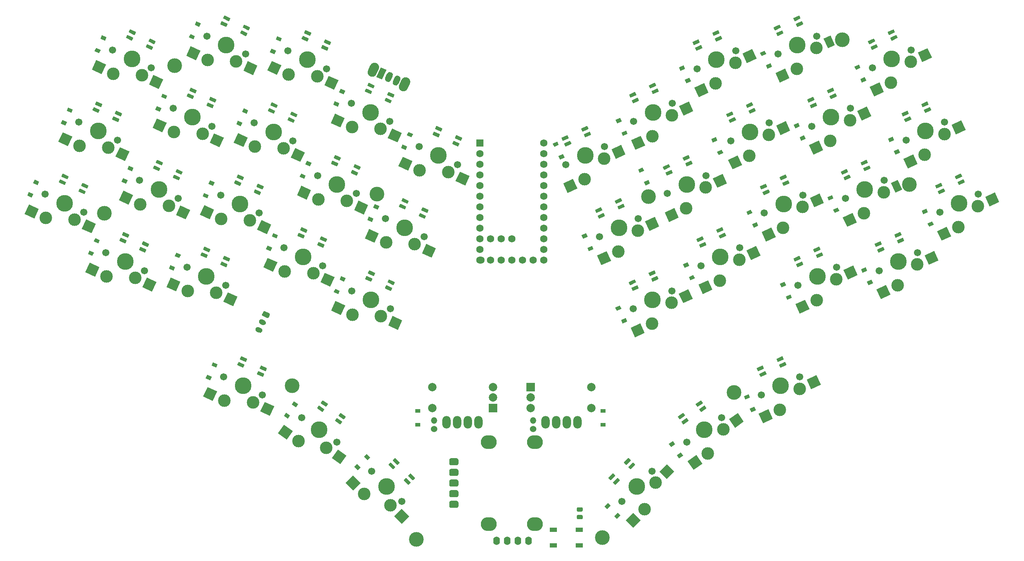
<source format=gbr>
%TF.GenerationSoftware,KiCad,Pcbnew,(5.1.10)-1*%
%TF.CreationDate,2021-12-17T13:55:30-08:00*%
%TF.ProjectId,barobord,6261726f-626f-4726-942e-6b696361645f,rev?*%
%TF.SameCoordinates,Original*%
%TF.FileFunction,Soldermask,Bot*%
%TF.FilePolarity,Negative*%
%FSLAX46Y46*%
G04 Gerber Fmt 4.6, Leading zero omitted, Abs format (unit mm)*
G04 Created by KiCad (PCBNEW (5.1.10)-1) date 2021-12-17 13:55:30*
%MOMM*%
%LPD*%
G01*
G04 APERTURE LIST*
%ADD10C,3.500000*%
%ADD11C,0.100000*%
%ADD12C,1.701800*%
%ADD13C,3.987800*%
%ADD14C,3.000000*%
%ADD15C,1.752600*%
%ADD16R,1.752600X1.752600*%
%ADD17O,2.000000X3.000000*%
%ADD18O,1.524000X1.524000*%
%ADD19C,1.524000*%
%ADD20R,2.000000X2.000000*%
%ADD21C,2.000000*%
%ADD22O,1.600000X2.000000*%
%ADD23R,1.200000X0.900000*%
%ADD24O,3.800000X3.300000*%
%ADD25R,1.800000X1.100000*%
G04 APERTURE END LIST*
%TO.C,J2*%
G36*
G01*
X79457720Y-101984403D02*
X79956190Y-102216843D01*
G75*
G02*
X80246404Y-103014199I-253571J-543785D01*
G01*
X80246404Y-103014199D01*
G75*
G02*
X79449048Y-103304413I-543785J253571D01*
G01*
X78950578Y-103071973D01*
G75*
G02*
X78660364Y-102274617I253571J543785D01*
G01*
X78660364Y-102274617D01*
G75*
G02*
X79457720Y-101984403I543785J-253571D01*
G01*
G37*
G36*
G01*
X80302956Y-100171788D02*
X80801426Y-100404228D01*
G75*
G02*
X81091640Y-101201584I-253571J-543785D01*
G01*
X81091640Y-101201584D01*
G75*
G02*
X80294284Y-101491798I-543785J253571D01*
G01*
X79795814Y-101259358D01*
G75*
G02*
X79505600Y-100462002I253571J543785D01*
G01*
X79505600Y-100462002D01*
G75*
G02*
X80302956Y-100171788I543785J-253571D01*
G01*
G37*
G36*
G01*
X80830985Y-98211256D02*
X81963871Y-98739529D01*
G75*
G02*
X82084793Y-99071759I-105654J-226576D01*
G01*
X81788959Y-99706176D01*
G75*
G02*
X81456729Y-99827098I-226576J105654D01*
G01*
X80323843Y-99298825D01*
G75*
G02*
X80202921Y-98966595I105654J226576D01*
G01*
X80498755Y-98332178D01*
G75*
G02*
X80830985Y-98211256I226576J-105654D01*
G01*
G37*
%TD*%
D10*
%TO.C,*%
X192791479Y-117611033D03*
%TD*%
D11*
%TO.C,SW29*%
G36*
X231858424Y-66883004D02*
G01*
X232914970Y-69148773D01*
X231283616Y-69909486D01*
X230227070Y-67643717D01*
X231858424Y-66883004D01*
G37*
D12*
X228576198Y-66990174D03*
X219368110Y-71283976D03*
D13*
X223972154Y-69137075D03*
D14*
X228498637Y-69828921D03*
X223817033Y-74814569D03*
D11*
G36*
X221045649Y-74727664D02*
G01*
X222102194Y-76993433D01*
X219791109Y-78071110D01*
X218734564Y-75805341D01*
X221045649Y-74727664D01*
G37*
%TD*%
D10*
%TO.C,*%
X234594728Y-68006174D03*
%TD*%
D11*
%TO.C,SW9*%
G36*
X215798930Y-32443310D02*
G01*
X216855476Y-34709079D01*
X215224122Y-35469792D01*
X214167576Y-33204023D01*
X215798930Y-32443310D01*
G37*
D12*
X212516704Y-32550480D03*
X203308616Y-36844282D03*
D13*
X207912660Y-34697381D03*
D14*
X212439143Y-35389227D03*
X207757539Y-40374875D03*
D11*
G36*
X204986155Y-40287970D02*
G01*
X206042700Y-42553739D01*
X203731615Y-43631416D01*
X202675070Y-41365647D01*
X204986155Y-40287970D01*
G37*
%TD*%
D10*
%TO.C,*%
X218595235Y-33406481D03*
%TD*%
%TO.C,*%
X172389411Y-70812237D03*
%TD*%
%TO.C,*%
X161398014Y-152209572D03*
%TD*%
%TO.C,*%
X116994514Y-152609572D03*
%TD*%
%TO.C,*%
X87391049Y-116011033D03*
%TD*%
%TO.C,*%
X107593118Y-70212237D03*
%TD*%
%TO.C,*%
X42597800Y-74806174D03*
%TD*%
%TO.C,*%
X59397294Y-39606481D03*
%TD*%
%TO.C,SW46*%
G36*
G01*
X112935695Y-44171767D02*
X113485099Y-42993567D01*
G75*
G02*
X114946918Y-42461508I996939J-464880D01*
G01*
X114946918Y-42461508D01*
G75*
G02*
X115478977Y-43923327I-464880J-996939D01*
G01*
X114929573Y-45101527D01*
G75*
G02*
X113467754Y-45633586I-996939J464880D01*
G01*
X113467754Y-45633586D01*
G75*
G02*
X112935695Y-44171767I464880J996939D01*
G01*
G37*
G36*
G01*
X105503971Y-40706298D02*
X106053375Y-39528098D01*
G75*
G02*
X107515194Y-38996039I996939J-464880D01*
G01*
X107515194Y-38996039D01*
G75*
G02*
X108047253Y-40457858I-464880J-996939D01*
G01*
X107497849Y-41636058D01*
G75*
G02*
X106036030Y-42168117I-996939J464880D01*
G01*
X106036030Y-42168117D01*
G75*
G02*
X105503971Y-40706298I464880J996939D01*
G01*
G37*
G36*
G01*
X111413049Y-43296239D02*
X111835667Y-42389931D01*
G75*
G02*
X112832362Y-42027164I679731J-316964D01*
G01*
X112832362Y-42027164D01*
G75*
G02*
X113195129Y-43023859I-316964J-679731D01*
G01*
X112772511Y-43930167D01*
G75*
G02*
X111775816Y-44292934I-679731J316964D01*
G01*
X111775816Y-44292934D01*
G75*
G02*
X111413049Y-43296239I316964J679731D01*
G01*
G37*
G36*
G01*
X109600434Y-42451003D02*
X110023052Y-41544695D01*
G75*
G02*
X111019747Y-41181928I679731J-316964D01*
G01*
X111019747Y-41181928D01*
G75*
G02*
X111382514Y-42178623I-316964J-679731D01*
G01*
X110959896Y-43084931D01*
G75*
G02*
X109963201Y-43447698I-679731J316964D01*
G01*
X109963201Y-43447698D01*
G75*
G02*
X109600434Y-42451003I316964J679731D01*
G01*
G37*
D11*
G36*
X107470854Y-42285497D02*
G01*
X108527400Y-40019728D01*
X109886862Y-40653655D01*
X108830316Y-42919424D01*
X107470854Y-42285497D01*
G37*
%TD*%
%TO.C,D56*%
G36*
G01*
X114828037Y-72564683D02*
X113526579Y-71957803D01*
G75*
G02*
X113486917Y-71848831I34655J74317D01*
G01*
X113764155Y-71254293D01*
G75*
G02*
X113873127Y-71214631I74317J-34655D01*
G01*
X115174585Y-71821511D01*
G75*
G02*
X115214247Y-71930483I-34655J-74317D01*
G01*
X114937009Y-72525021D01*
G75*
G02*
X114828037Y-72564683I-74317J34655D01*
G01*
G37*
G36*
G01*
X114194109Y-73924145D02*
X112892651Y-73317265D01*
G75*
G02*
X112852989Y-73208293I34655J74317D01*
G01*
X113130227Y-72613755D01*
G75*
G02*
X113239199Y-72574093I74317J-34655D01*
G01*
X114540657Y-73180973D01*
G75*
G02*
X114580319Y-73289945I-34655J-74317D01*
G01*
X114303081Y-73884483D01*
G75*
G02*
X114194109Y-73924145I-74317J34655D01*
G01*
G37*
G36*
G01*
X119540837Y-74762298D02*
X118239379Y-74155418D01*
G75*
G02*
X118199717Y-74046446I34655J74317D01*
G01*
X118476955Y-73451908D01*
G75*
G02*
X118585927Y-73412246I74317J-34655D01*
G01*
X119887385Y-74019126D01*
G75*
G02*
X119927047Y-74128098I-34655J-74317D01*
G01*
X119649809Y-74722636D01*
G75*
G02*
X119540837Y-74762298I-74317J34655D01*
G01*
G37*
G36*
G01*
X118906910Y-76121760D02*
X117605452Y-75514880D01*
G75*
G02*
X117565790Y-75405908I34655J74317D01*
G01*
X117843028Y-74811370D01*
G75*
G02*
X117952000Y-74771708I74317J-34655D01*
G01*
X119253458Y-75378588D01*
G75*
G02*
X119293120Y-75487560I-34655J-74317D01*
G01*
X119015882Y-76082098D01*
G75*
G02*
X118906910Y-76121760I-74317J34655D01*
G01*
G37*
%TD*%
D15*
%TO.C,U2*%
X132173857Y-58081176D03*
X132173857Y-60621176D03*
X132173857Y-63161176D03*
X132173857Y-65701176D03*
X132173857Y-68241176D03*
X132173857Y-70781176D03*
X132173857Y-73321176D03*
X132173857Y-75861176D03*
X132173857Y-78401176D03*
X132173857Y-80941176D03*
X132173857Y-83481176D03*
X147413857Y-86021176D03*
X147413857Y-83481176D03*
X147413857Y-80941176D03*
X147413857Y-78401176D03*
X147413857Y-75861176D03*
X147413857Y-73321176D03*
X147413857Y-70781176D03*
X147413857Y-68241176D03*
X147413857Y-65701176D03*
X147413857Y-63161176D03*
X147413857Y-60621176D03*
X132173857Y-86021176D03*
X147413857Y-58081176D03*
X134713857Y-80941176D03*
X137253857Y-80941176D03*
X139793857Y-80941176D03*
%TD*%
%TO.C,U1*%
X134713857Y-86021176D03*
X137253857Y-86021176D03*
X139793857Y-86021176D03*
X142333857Y-86021176D03*
X144873857Y-86021176D03*
X147413857Y-58081176D03*
X132402457Y-86021176D03*
X147413857Y-60621176D03*
X147413857Y-63161176D03*
X147413857Y-65701176D03*
X147413857Y-68241176D03*
X147413857Y-70781176D03*
X147413857Y-73321176D03*
X147413857Y-75861176D03*
X147413857Y-78401176D03*
X147413857Y-80941176D03*
X147413857Y-83481176D03*
X147413857Y-86021176D03*
X132173857Y-83481176D03*
X132173857Y-80941176D03*
X132173857Y-78401176D03*
X132173857Y-75861176D03*
X132173857Y-73321176D03*
X132173857Y-70781176D03*
X132173857Y-68241176D03*
X132173857Y-65701176D03*
X132173857Y-63161176D03*
X132173857Y-60621176D03*
D16*
X132173857Y-58081176D03*
%TD*%
%TO.C,D59*%
G36*
G01*
X95434722Y-120991758D02*
X94258420Y-120168102D01*
G75*
G02*
X94238283Y-120053899I47033J67170D01*
G01*
X94614549Y-119516535D01*
G75*
G02*
X94728752Y-119496398I67170J-47033D01*
G01*
X95905054Y-120320054D01*
G75*
G02*
X95925191Y-120434257I-47033J-67170D01*
G01*
X95548925Y-120971621D01*
G75*
G02*
X95434722Y-120991758I-67170J47033D01*
G01*
G37*
G36*
G01*
X94574357Y-122220486D02*
X93398055Y-121396830D01*
G75*
G02*
X93377918Y-121282627I47033J67170D01*
G01*
X93754184Y-120745263D01*
G75*
G02*
X93868387Y-120725126I67170J-47033D01*
G01*
X95044689Y-121548782D01*
G75*
G02*
X95064826Y-121662985I-47033J-67170D01*
G01*
X94688560Y-122200349D01*
G75*
G02*
X94574357Y-122220486I-67170J47033D01*
G01*
G37*
G36*
G01*
X99694312Y-123974355D02*
X98518010Y-123150699D01*
G75*
G02*
X98497873Y-123036496I47033J67170D01*
G01*
X98874139Y-122499132D01*
G75*
G02*
X98988342Y-122478995I67170J-47033D01*
G01*
X100164644Y-123302651D01*
G75*
G02*
X100184781Y-123416854I-47033J-67170D01*
G01*
X99808515Y-123954218D01*
G75*
G02*
X99694312Y-123974355I-67170J47033D01*
G01*
G37*
G36*
G01*
X98833948Y-125203083D02*
X97657646Y-124379427D01*
G75*
G02*
X97637509Y-124265224I47033J67170D01*
G01*
X98013775Y-123727860D01*
G75*
G02*
X98127978Y-123707723I67170J-47033D01*
G01*
X99304280Y-124531379D01*
G75*
G02*
X99324417Y-124645582I-47033J-67170D01*
G01*
X98948151Y-125182946D01*
G75*
G02*
X98833948Y-125203083I-67170J47033D01*
G01*
G37*
%TD*%
D17*
%TO.C,SW45*%
X155463857Y-124659177D03*
X152923857Y-124659177D03*
X150383857Y-124659177D03*
X147843857Y-124659177D03*
D18*
X144843857Y-124309177D03*
D19*
X144843857Y-126309177D03*
%TD*%
D20*
%TO.C,SW43*%
X144293857Y-116309177D03*
D21*
X144293857Y-118809177D03*
X144293857Y-121309177D03*
X158793857Y-116309177D03*
X158793857Y-121309177D03*
%TD*%
D20*
%TO.C,SW42*%
X135293857Y-121309176D03*
D21*
X135293857Y-118809176D03*
X135293857Y-116309176D03*
X120793857Y-121309176D03*
X120793857Y-116309176D03*
%TD*%
D17*
%TO.C,SW44*%
X131863858Y-124659177D03*
X129323858Y-124659177D03*
X126783858Y-124659177D03*
X124243858Y-124659177D03*
D18*
X121243858Y-124309177D03*
D19*
X121243858Y-126309177D03*
%TD*%
D22*
%TO.C,Brd1*%
X141273858Y-153009176D03*
X143813858Y-153009176D03*
X138733858Y-153009176D03*
X136193858Y-153009176D03*
%TD*%
D23*
%TO.C,D82*%
X161593857Y-121959176D03*
X161593857Y-125259176D03*
%TD*%
%TO.C,D81*%
X117393857Y-121959176D03*
X117393857Y-125259176D03*
%TD*%
D24*
%TO.C,J1*%
X134293857Y-129409177D03*
X145293857Y-129409177D03*
X145293857Y-149009177D03*
X134293857Y-149009177D03*
G36*
G01*
X127069857Y-133704177D02*
X127069857Y-134554177D01*
G75*
G02*
X126644857Y-134979177I-425000J0D01*
G01*
X125294857Y-134979177D01*
G75*
G02*
X124869857Y-134554177I0J425000D01*
G01*
X124869857Y-133704177D01*
G75*
G02*
X125294857Y-133279177I425000J0D01*
G01*
X126644857Y-133279177D01*
G75*
G02*
X127069857Y-133704177I0J-425000D01*
G01*
G37*
G36*
G01*
X126644857Y-137519177D02*
X125294857Y-137519177D01*
G75*
G02*
X124869857Y-137094177I0J425000D01*
G01*
X124869857Y-136244177D01*
G75*
G02*
X125294857Y-135819177I425000J0D01*
G01*
X126644857Y-135819177D01*
G75*
G02*
X127069857Y-136244177I0J-425000D01*
G01*
X127069857Y-137094177D01*
G75*
G02*
X126644857Y-137519177I-425000J0D01*
G01*
G37*
G36*
G01*
X126644857Y-140059177D02*
X125294857Y-140059177D01*
G75*
G02*
X124869857Y-139634177I0J425000D01*
G01*
X124869857Y-138784177D01*
G75*
G02*
X125294857Y-138359177I425000J0D01*
G01*
X126644857Y-138359177D01*
G75*
G02*
X127069857Y-138784177I0J-425000D01*
G01*
X127069857Y-139634177D01*
G75*
G02*
X126644857Y-140059177I-425000J0D01*
G01*
G37*
G36*
G01*
X126644857Y-142599177D02*
X125294857Y-142599177D01*
G75*
G02*
X124869857Y-142174177I0J425000D01*
G01*
X124869857Y-141324177D01*
G75*
G02*
X125294857Y-140899177I425000J0D01*
G01*
X126644857Y-140899177D01*
G75*
G02*
X127069857Y-141324177I0J-425000D01*
G01*
X127069857Y-142174177D01*
G75*
G02*
X126644857Y-142599177I-425000J0D01*
G01*
G37*
G36*
G01*
X126644857Y-145139177D02*
X125294857Y-145139177D01*
G75*
G02*
X124869857Y-144714177I0J425000D01*
G01*
X124869857Y-143864177D01*
G75*
G02*
X125294857Y-143439177I425000J0D01*
G01*
X126644857Y-143439177D01*
G75*
G02*
X127069857Y-143864177I0J-425000D01*
G01*
X127069857Y-144714177D01*
G75*
G02*
X126644857Y-145139177I-425000J0D01*
G01*
G37*
%TD*%
%TO.C,D57*%
G36*
G01*
X106798290Y-89784530D02*
X105496832Y-89177650D01*
G75*
G02*
X105457170Y-89068678I34655J74317D01*
G01*
X105734408Y-88474140D01*
G75*
G02*
X105843380Y-88434478I74317J-34655D01*
G01*
X107144838Y-89041358D01*
G75*
G02*
X107184500Y-89150330I-34655J-74317D01*
G01*
X106907262Y-89744868D01*
G75*
G02*
X106798290Y-89784530I-74317J34655D01*
G01*
G37*
G36*
G01*
X106164362Y-91143992D02*
X104862904Y-90537112D01*
G75*
G02*
X104823242Y-90428140I34655J74317D01*
G01*
X105100480Y-89833602D01*
G75*
G02*
X105209452Y-89793940I74317J-34655D01*
G01*
X106510910Y-90400820D01*
G75*
G02*
X106550572Y-90509792I-34655J-74317D01*
G01*
X106273334Y-91104330D01*
G75*
G02*
X106164362Y-91143992I-74317J34655D01*
G01*
G37*
G36*
G01*
X111511090Y-91982145D02*
X110209632Y-91375265D01*
G75*
G02*
X110169970Y-91266293I34655J74317D01*
G01*
X110447208Y-90671755D01*
G75*
G02*
X110556180Y-90632093I74317J-34655D01*
G01*
X111857638Y-91238973D01*
G75*
G02*
X111897300Y-91347945I-34655J-74317D01*
G01*
X111620062Y-91942483D01*
G75*
G02*
X111511090Y-91982145I-74317J34655D01*
G01*
G37*
G36*
G01*
X110877163Y-93341607D02*
X109575705Y-92734727D01*
G75*
G02*
X109536043Y-92625755I34655J74317D01*
G01*
X109813281Y-92031217D01*
G75*
G02*
X109922253Y-91991555I74317J-34655D01*
G01*
X111223711Y-92598435D01*
G75*
G02*
X111263373Y-92707407I-34655J-74317D01*
G01*
X110986135Y-93301945D01*
G75*
G02*
X110877163Y-93341607I-74317J34655D01*
G01*
G37*
%TD*%
%TO.C,D45*%
G36*
G01*
X56195294Y-63429520D02*
X54893836Y-62822640D01*
G75*
G02*
X54854174Y-62713668I34655J74317D01*
G01*
X55131412Y-62119130D01*
G75*
G02*
X55240384Y-62079468I74317J-34655D01*
G01*
X56541842Y-62686348D01*
G75*
G02*
X56581504Y-62795320I-34655J-74317D01*
G01*
X56304266Y-63389858D01*
G75*
G02*
X56195294Y-63429520I-74317J34655D01*
G01*
G37*
G36*
G01*
X55561366Y-64788982D02*
X54259908Y-64182102D01*
G75*
G02*
X54220246Y-64073130I34655J74317D01*
G01*
X54497484Y-63478592D01*
G75*
G02*
X54606456Y-63438930I74317J-34655D01*
G01*
X55907914Y-64045810D01*
G75*
G02*
X55947576Y-64154782I-34655J-74317D01*
G01*
X55670338Y-64749320D01*
G75*
G02*
X55561366Y-64788982I-74317J34655D01*
G01*
G37*
G36*
G01*
X60908094Y-65627135D02*
X59606636Y-65020255D01*
G75*
G02*
X59566974Y-64911283I34655J74317D01*
G01*
X59844212Y-64316745D01*
G75*
G02*
X59953184Y-64277083I74317J-34655D01*
G01*
X61254642Y-64883963D01*
G75*
G02*
X61294304Y-64992935I-34655J-74317D01*
G01*
X61017066Y-65587473D01*
G75*
G02*
X60908094Y-65627135I-74317J34655D01*
G01*
G37*
G36*
G01*
X60274167Y-66986597D02*
X58972709Y-66379717D01*
G75*
G02*
X58933047Y-66270745I34655J74317D01*
G01*
X59210285Y-65676207D01*
G75*
G02*
X59319257Y-65636545I74317J-34655D01*
G01*
X60620715Y-66243425D01*
G75*
G02*
X60660377Y-66352397I-34655J-74317D01*
G01*
X60383139Y-66946935D01*
G75*
G02*
X60274167Y-66986597I-74317J34655D01*
G01*
G37*
%TD*%
%TO.C,D65*%
G36*
G01*
X161343151Y-74155418D02*
X160041693Y-74762298D01*
G75*
G02*
X159932721Y-74722636I-34655J74317D01*
G01*
X159655483Y-74128098D01*
G75*
G02*
X159695145Y-74019126I74317J34655D01*
G01*
X160996603Y-73412246D01*
G75*
G02*
X161105575Y-73451908I34655J-74317D01*
G01*
X161382813Y-74046446D01*
G75*
G02*
X161343151Y-74155418I-74317J-34655D01*
G01*
G37*
G36*
G01*
X161977078Y-75514880D02*
X160675620Y-76121760D01*
G75*
G02*
X160566648Y-76082098I-34655J74317D01*
G01*
X160289410Y-75487560D01*
G75*
G02*
X160329072Y-75378588I74317J34655D01*
G01*
X161630530Y-74771708D01*
G75*
G02*
X161739502Y-74811370I34655J-74317D01*
G01*
X162016740Y-75405908D01*
G75*
G02*
X161977078Y-75514880I-74317J-34655D01*
G01*
G37*
G36*
G01*
X166055951Y-71957803D02*
X164754493Y-72564683D01*
G75*
G02*
X164645521Y-72525021I-34655J74317D01*
G01*
X164368283Y-71930483D01*
G75*
G02*
X164407945Y-71821511I74317J34655D01*
G01*
X165709403Y-71214631D01*
G75*
G02*
X165818375Y-71254293I34655J-74317D01*
G01*
X166095613Y-71848831D01*
G75*
G02*
X166055951Y-71957803I-74317J-34655D01*
G01*
G37*
G36*
G01*
X166689879Y-73317265D02*
X165388421Y-73924145D01*
G75*
G02*
X165279449Y-73884483I-34655J74317D01*
G01*
X165002211Y-73289945D01*
G75*
G02*
X165041873Y-73180973I74317J34655D01*
G01*
X166343331Y-72574093D01*
G75*
G02*
X166452303Y-72613755I34655J-74317D01*
G01*
X166729541Y-73208293D01*
G75*
G02*
X166689879Y-73317265I-74317J-34655D01*
G01*
G37*
%TD*%
%TO.C,D53*%
G36*
G01*
X98664735Y-62269166D02*
X97363277Y-61662286D01*
G75*
G02*
X97323615Y-61553314I34655J74317D01*
G01*
X97600853Y-60958776D01*
G75*
G02*
X97709825Y-60919114I74317J-34655D01*
G01*
X99011283Y-61525994D01*
G75*
G02*
X99050945Y-61634966I-34655J-74317D01*
G01*
X98773707Y-62229504D01*
G75*
G02*
X98664735Y-62269166I-74317J34655D01*
G01*
G37*
G36*
G01*
X98030807Y-63628628D02*
X96729349Y-63021748D01*
G75*
G02*
X96689687Y-62912776I34655J74317D01*
G01*
X96966925Y-62318238D01*
G75*
G02*
X97075897Y-62278576I74317J-34655D01*
G01*
X98377355Y-62885456D01*
G75*
G02*
X98417017Y-62994428I-34655J-74317D01*
G01*
X98139779Y-63588966D01*
G75*
G02*
X98030807Y-63628628I-74317J34655D01*
G01*
G37*
G36*
G01*
X103377535Y-64466781D02*
X102076077Y-63859901D01*
G75*
G02*
X102036415Y-63750929I34655J74317D01*
G01*
X102313653Y-63156391D01*
G75*
G02*
X102422625Y-63116729I74317J-34655D01*
G01*
X103724083Y-63723609D01*
G75*
G02*
X103763745Y-63832581I-34655J-74317D01*
G01*
X103486507Y-64427119D01*
G75*
G02*
X103377535Y-64466781I-74317J34655D01*
G01*
G37*
G36*
G01*
X102743608Y-65826243D02*
X101442150Y-65219363D01*
G75*
G02*
X101402488Y-65110391I34655J74317D01*
G01*
X101679726Y-64515853D01*
G75*
G02*
X101788698Y-64476191I74317J-34655D01*
G01*
X103090156Y-65083071D01*
G75*
G02*
X103129818Y-65192043I-34655J-74317D01*
G01*
X102852580Y-65786581D01*
G75*
G02*
X102743608Y-65826243I-74317J34655D01*
G01*
G37*
%TD*%
%TO.C,D52*%
G36*
G01*
X90634988Y-79489014D02*
X89333530Y-78882134D01*
G75*
G02*
X89293868Y-78773162I34655J74317D01*
G01*
X89571106Y-78178624D01*
G75*
G02*
X89680078Y-78138962I74317J-34655D01*
G01*
X90981536Y-78745842D01*
G75*
G02*
X91021198Y-78854814I-34655J-74317D01*
G01*
X90743960Y-79449352D01*
G75*
G02*
X90634988Y-79489014I-74317J34655D01*
G01*
G37*
G36*
G01*
X90001060Y-80848476D02*
X88699602Y-80241596D01*
G75*
G02*
X88659940Y-80132624I34655J74317D01*
G01*
X88937178Y-79538086D01*
G75*
G02*
X89046150Y-79498424I74317J-34655D01*
G01*
X90347608Y-80105304D01*
G75*
G02*
X90387270Y-80214276I-34655J-74317D01*
G01*
X90110032Y-80808814D01*
G75*
G02*
X90001060Y-80848476I-74317J34655D01*
G01*
G37*
G36*
G01*
X95347788Y-81686629D02*
X94046330Y-81079749D01*
G75*
G02*
X94006668Y-80970777I34655J74317D01*
G01*
X94283906Y-80376239D01*
G75*
G02*
X94392878Y-80336577I74317J-34655D01*
G01*
X95694336Y-80943457D01*
G75*
G02*
X95733998Y-81052429I-34655J-74317D01*
G01*
X95456760Y-81646967D01*
G75*
G02*
X95347788Y-81686629I-74317J34655D01*
G01*
G37*
G36*
G01*
X94713861Y-83046091D02*
X93412403Y-82439211D01*
G75*
G02*
X93372741Y-82330239I34655J74317D01*
G01*
X93649979Y-81735701D01*
G75*
G02*
X93758951Y-81696039I74317J-34655D01*
G01*
X95060409Y-82302919D01*
G75*
G02*
X95100071Y-82411891I-34655J-74317D01*
G01*
X94822833Y-83006429D01*
G75*
G02*
X94713861Y-83046091I-74317J34655D01*
G01*
G37*
%TD*%
%TO.C,D54*%
G36*
G01*
X106694482Y-45049319D02*
X105393024Y-44442439D01*
G75*
G02*
X105353362Y-44333467I34655J74317D01*
G01*
X105630600Y-43738929D01*
G75*
G02*
X105739572Y-43699267I74317J-34655D01*
G01*
X107041030Y-44306147D01*
G75*
G02*
X107080692Y-44415119I-34655J-74317D01*
G01*
X106803454Y-45009657D01*
G75*
G02*
X106694482Y-45049319I-74317J34655D01*
G01*
G37*
G36*
G01*
X106060554Y-46408781D02*
X104759096Y-45801901D01*
G75*
G02*
X104719434Y-45692929I34655J74317D01*
G01*
X104996672Y-45098391D01*
G75*
G02*
X105105644Y-45058729I74317J-34655D01*
G01*
X106407102Y-45665609D01*
G75*
G02*
X106446764Y-45774581I-34655J-74317D01*
G01*
X106169526Y-46369119D01*
G75*
G02*
X106060554Y-46408781I-74317J34655D01*
G01*
G37*
G36*
G01*
X111407282Y-47246934D02*
X110105824Y-46640054D01*
G75*
G02*
X110066162Y-46531082I34655J74317D01*
G01*
X110343400Y-45936544D01*
G75*
G02*
X110452372Y-45896882I74317J-34655D01*
G01*
X111753830Y-46503762D01*
G75*
G02*
X111793492Y-46612734I-34655J-74317D01*
G01*
X111516254Y-47207272D01*
G75*
G02*
X111407282Y-47246934I-74317J34655D01*
G01*
G37*
G36*
G01*
X110773355Y-48606396D02*
X109471897Y-47999516D01*
G75*
G02*
X109432235Y-47890544I34655J74317D01*
G01*
X109709473Y-47296006D01*
G75*
G02*
X109818445Y-47256344I74317J-34655D01*
G01*
X111119903Y-47863224D01*
G75*
G02*
X111159565Y-47972196I-34655J-74317D01*
G01*
X110882327Y-48566734D01*
G75*
G02*
X110773355Y-48606396I-74317J34655D01*
G01*
G37*
%TD*%
D11*
%TO.C,SW24*%
G36*
X97512120Y-90099539D02*
G01*
X96455575Y-92365308D01*
X94144490Y-91287631D01*
X95201035Y-89021862D01*
X97512120Y-90099539D01*
G37*
D12*
X94654113Y-87343470D03*
X85446025Y-83049668D03*
D13*
X90050069Y-85196569D03*
D14*
X92429651Y-89108766D03*
X85601146Y-88727162D03*
D11*
G36*
X83886307Y-86548298D02*
G01*
X82829762Y-88814067D01*
X80518677Y-87736390D01*
X81575222Y-85470621D01*
X83886307Y-86548298D01*
G37*
%TD*%
%TO.C,SW4*%
G36*
X113571614Y-55659844D02*
G01*
X112515069Y-57925613D01*
X110203984Y-56847936D01*
X111260529Y-54582167D01*
X113571614Y-55659844D01*
G37*
D12*
X110713607Y-52903775D03*
X101505519Y-48609973D03*
D13*
X106109563Y-50756874D03*
D14*
X108489145Y-54669071D03*
X101660640Y-54287467D03*
D11*
G36*
X99945801Y-52108603D02*
G01*
X98889256Y-54374372D01*
X96578171Y-53296695D01*
X97634716Y-51030926D01*
X99945801Y-52108603D01*
G37*
%TD*%
%TO.C,SW14*%
G36*
X105541867Y-72879691D02*
G01*
X104485322Y-75145460D01*
X102174237Y-74067783D01*
X103230782Y-71802014D01*
X105541867Y-72879691D01*
G37*
D12*
X102683860Y-70123622D03*
X93475772Y-65829820D03*
D13*
X98079816Y-67976721D03*
D14*
X100459398Y-71888918D03*
X93630893Y-71507314D03*
D11*
G36*
X91916054Y-69328450D02*
G01*
X90859509Y-71594219D01*
X88548424Y-70516542D01*
X89604969Y-68250773D01*
X91916054Y-69328450D01*
G37*
%TD*%
%TO.C,SW34*%
G36*
X100364876Y-132635286D02*
G01*
X98930935Y-134683166D01*
X96842098Y-133220546D01*
X98276039Y-131172666D01*
X100364876Y-132635286D01*
G37*
D12*
X98028874Y-129424800D03*
X89706290Y-123597264D03*
D13*
X93867582Y-126511032D03*
D14*
X95531667Y-130777004D03*
X88873168Y-129215440D03*
D11*
G36*
X87562736Y-126771899D02*
G01*
X86128795Y-128819779D01*
X84039958Y-127357159D01*
X85473899Y-125309279D01*
X87562736Y-126771899D01*
G37*
%TD*%
%TO.C,SW7*%
G36*
X182025372Y-48192179D02*
G01*
X183081917Y-50457948D01*
X180770832Y-51535625D01*
X179714287Y-49269856D01*
X182025372Y-48192179D01*
G37*
D12*
X178077009Y-48609973D03*
X168868921Y-52903775D03*
D13*
X173472965Y-50756874D03*
D14*
X177999448Y-51448720D03*
X173317844Y-56434368D03*
D11*
G36*
X170546460Y-56347463D02*
G01*
X171603005Y-58613232D01*
X169291920Y-59690909D01*
X168235375Y-57425140D01*
X170546460Y-56347463D01*
G37*
%TD*%
%TO.C,SW40*%
G36*
X240554307Y-83792227D02*
G01*
X241610852Y-86057996D01*
X239299767Y-87135673D01*
X238243222Y-84869904D01*
X240554307Y-83792227D01*
G37*
D12*
X236605944Y-84210021D03*
X227397856Y-88503823D03*
D13*
X232001900Y-86356922D03*
D14*
X236528383Y-87048768D03*
X231846779Y-92034416D03*
D11*
G36*
X229075395Y-91947511D02*
G01*
X230131940Y-94213280D01*
X227820855Y-95290957D01*
X226764310Y-93025188D01*
X229075395Y-91947511D01*
G37*
%TD*%
%TO.C,SW39*%
G36*
X221221370Y-87290434D02*
G01*
X222277915Y-89556203D01*
X219966830Y-90633880D01*
X218910285Y-88368111D01*
X221221370Y-87290434D01*
G37*
D12*
X217273007Y-87708228D03*
X208064919Y-92002030D03*
D13*
X212668963Y-89855129D03*
D14*
X217195446Y-90546975D03*
X212513842Y-95532623D03*
D11*
G36*
X209742458Y-95445718D02*
G01*
X210799003Y-97711487D01*
X208487918Y-98789164D01*
X207431373Y-96523395D01*
X209742458Y-95445718D01*
G37*
%TD*%
%TO.C,SW38*%
G36*
X212453886Y-113446337D02*
G01*
X213510431Y-115712106D01*
X211199346Y-116789783D01*
X210142801Y-114524014D01*
X212453886Y-113446337D01*
G37*
D12*
X208505523Y-113864131D03*
X199297435Y-118157933D03*
D13*
X203901479Y-116011032D03*
D14*
X208427962Y-116702878D03*
X203746358Y-121688526D03*
D11*
G36*
X200974974Y-121601621D02*
G01*
X202031519Y-123867390D01*
X199720434Y-124945067D01*
X198663889Y-122679298D01*
X200974974Y-121601621D01*
G37*
%TD*%
%TO.C,SW37*%
G36*
X193692068Y-122500189D02*
G01*
X195126009Y-124548069D01*
X193037172Y-126010689D01*
X191603231Y-123962809D01*
X193692068Y-122500189D01*
G37*
D12*
X189876238Y-123597263D03*
X181553654Y-129424799D03*
D13*
X185714946Y-126511031D03*
D14*
X190292799Y-126406351D03*
X186548068Y-132129208D03*
D11*
G36*
X183803696Y-132524869D02*
G01*
X185237637Y-134572749D01*
X183148800Y-136035369D01*
X181714859Y-133987489D01*
X183803696Y-132524869D01*
G37*
%TD*%
%TO.C,SW36*%
G36*
X176787471Y-134674450D02*
G01*
X178555238Y-136442217D01*
X176752115Y-138245340D01*
X174984348Y-136477573D01*
X176787471Y-134674450D01*
G37*
D12*
X173220117Y-136417469D03*
X166035913Y-143601673D03*
D13*
X169628015Y-140009571D03*
D14*
X174118143Y-139111545D03*
X171424066Y-145397725D03*
D11*
G36*
X168790094Y-146263930D02*
G01*
X170557861Y-148031697D01*
X168754738Y-149834820D01*
X166986971Y-148067053D01*
X168790094Y-146263930D01*
G37*
%TD*%
%TO.C,SW35*%
G36*
X115289635Y-147169027D02*
G01*
X113521868Y-148936794D01*
X111718745Y-147133671D01*
X113486512Y-145365904D01*
X115289635Y-147169027D01*
G37*
D12*
X113546616Y-143601673D03*
X106362412Y-136417469D03*
D13*
X109954514Y-140009571D03*
D14*
X110852540Y-144499699D03*
X104566360Y-141805622D03*
D11*
G36*
X103700155Y-139171650D02*
G01*
X101932388Y-140939417D01*
X100129265Y-139136294D01*
X101897032Y-137368527D01*
X103700155Y-139171650D01*
G37*
%TD*%
%TO.C,SW33*%
G36*
X83143100Y-120914003D02*
G01*
X82086555Y-123179772D01*
X79775470Y-122102095D01*
X80832015Y-119836326D01*
X83143100Y-120914003D01*
G37*
D12*
X80285093Y-118157934D03*
X71077005Y-113864132D03*
D13*
X75681049Y-116011033D03*
D14*
X78060631Y-119923230D03*
X71232126Y-119541626D03*
D11*
G36*
X69517287Y-117362762D02*
G01*
X68460742Y-119628531D01*
X66149657Y-118550854D01*
X67206202Y-116285085D01*
X69517287Y-117362762D01*
G37*
%TD*%
%TO.C,SW32*%
G36*
X74375617Y-94758100D02*
G01*
X73319072Y-97023869D01*
X71007987Y-95946192D01*
X72064532Y-93680423D01*
X74375617Y-94758100D01*
G37*
D12*
X71517610Y-92002031D03*
X62309522Y-87708229D03*
D13*
X66913566Y-89855130D03*
D14*
X69293148Y-93767327D03*
X62464643Y-93385723D03*
D11*
G36*
X60749804Y-91206859D02*
G01*
X59693259Y-93472628D01*
X57382174Y-92394951D01*
X58438719Y-90129182D01*
X60749804Y-91206859D01*
G37*
%TD*%
%TO.C,SW31*%
G36*
X55042680Y-91259892D02*
G01*
X53986135Y-93525661D01*
X51675050Y-92447984D01*
X52731595Y-90182215D01*
X55042680Y-91259892D01*
G37*
D12*
X52184673Y-88503823D03*
X42976585Y-84210021D03*
D13*
X47580629Y-86356922D03*
D14*
X49960211Y-90269119D03*
X43131706Y-89887515D03*
D11*
G36*
X41416867Y-87708651D02*
G01*
X40360322Y-89974420D01*
X38049237Y-88896743D01*
X39105782Y-86630974D01*
X41416867Y-87708651D01*
G37*
%TD*%
%TO.C,SW30*%
G36*
X255027135Y-69871479D02*
G01*
X256083680Y-72137248D01*
X253772595Y-73214925D01*
X252716050Y-70949156D01*
X255027135Y-69871479D01*
G37*
D12*
X251078772Y-70289273D03*
X241870684Y-74583075D03*
D13*
X246474728Y-72436174D03*
D14*
X251001211Y-73128020D03*
X246319607Y-78113668D03*
D11*
G36*
X243548223Y-78026763D02*
G01*
X244604768Y-80292532D01*
X242293683Y-81370209D01*
X241237138Y-79104440D01*
X243548223Y-78026763D01*
G37*
%TD*%
%TO.C,SW28*%
G36*
X213191622Y-70070588D02*
G01*
X214248167Y-72336357D01*
X211937082Y-73414034D01*
X210880537Y-71148265D01*
X213191622Y-70070588D01*
G37*
D12*
X209243259Y-70488382D03*
X200035171Y-74782184D03*
D13*
X204639215Y-72635283D03*
D14*
X209165698Y-73327129D03*
X204484094Y-78312777D03*
D11*
G36*
X201712710Y-78225872D02*
G01*
X202769255Y-80491641D01*
X200458170Y-81569318D01*
X199401625Y-79303549D01*
X201712710Y-78225872D01*
G37*
%TD*%
%TO.C,SW27*%
G36*
X198084866Y-82631873D02*
G01*
X199141411Y-84897642D01*
X196830326Y-85975319D01*
X195773781Y-83709550D01*
X198084866Y-82631873D01*
G37*
D12*
X194136503Y-83049667D03*
X184928415Y-87343469D03*
D13*
X189532459Y-85196568D03*
D14*
X194058942Y-85888414D03*
X189377338Y-90874062D03*
D11*
G36*
X186605954Y-90787157D02*
G01*
X187662499Y-93052926D01*
X185351414Y-94130603D01*
X184294869Y-91864834D01*
X186605954Y-90787157D01*
G37*
%TD*%
%TO.C,SW26*%
G36*
X181921564Y-92927390D02*
G01*
X182978109Y-95193159D01*
X180667024Y-96270836D01*
X179610479Y-94005067D01*
X181921564Y-92927390D01*
G37*
D12*
X177973201Y-93345184D03*
X168765113Y-97638986D03*
D13*
X173369157Y-95492085D03*
D14*
X177895640Y-96183931D03*
X173214036Y-101169579D03*
D11*
G36*
X170442652Y-101082674D02*
G01*
X171499197Y-103348443D01*
X169188112Y-104426120D01*
X168131567Y-102160351D01*
X170442652Y-101082674D01*
G37*
%TD*%
%TO.C,SW25*%
G36*
X113675422Y-100395055D02*
G01*
X112618877Y-102660824D01*
X110307792Y-101583147D01*
X111364337Y-99317378D01*
X113675422Y-100395055D01*
G37*
D12*
X110817415Y-97638986D03*
X101609327Y-93345184D03*
D13*
X106213371Y-95492085D03*
D14*
X108592953Y-99404282D03*
X101764448Y-99022678D03*
D11*
G36*
X100049609Y-96843814D02*
G01*
X98993064Y-99109583D01*
X96681979Y-98031906D01*
X97738524Y-95766137D01*
X100049609Y-96843814D01*
G37*
%TD*%
%TO.C,SW23*%
G36*
X82405364Y-77538252D02*
G01*
X81348819Y-79804021D01*
X79037734Y-78726344D01*
X80094279Y-76460575D01*
X82405364Y-77538252D01*
G37*
D12*
X79547357Y-74782183D03*
X70339269Y-70488381D03*
D13*
X74943313Y-72635282D03*
D14*
X77322895Y-76547479D03*
X70494390Y-76165875D03*
D11*
G36*
X68779551Y-73987011D02*
G01*
X67723006Y-76252780D01*
X65411921Y-75175103D01*
X66468466Y-72909334D01*
X68779551Y-73987011D01*
G37*
%TD*%
%TO.C,SW22*%
G36*
X63072426Y-74040045D02*
G01*
X62015881Y-76305814D01*
X59704796Y-75228137D01*
X60761341Y-72962368D01*
X63072426Y-74040045D01*
G37*
D12*
X60214419Y-71283976D03*
X51006331Y-66990174D03*
D13*
X55610375Y-69137075D03*
D14*
X57989957Y-73049272D03*
X51161452Y-72667668D03*
D11*
G36*
X49446613Y-70488804D02*
G01*
X48390068Y-72754573D01*
X46078983Y-71676896D01*
X47135528Y-69411127D01*
X49446613Y-70488804D01*
G37*
%TD*%
%TO.C,SW21*%
G36*
X40569851Y-77339144D02*
G01*
X39513306Y-79604913D01*
X37202221Y-78527236D01*
X38258766Y-76261467D01*
X40569851Y-77339144D01*
G37*
D12*
X37711844Y-74583075D03*
X28503756Y-70289273D03*
D13*
X33107800Y-72436174D03*
D14*
X35487382Y-76348371D03*
X28658877Y-75966767D03*
D11*
G36*
X26944038Y-73787903D02*
G01*
X25887493Y-76053672D01*
X23576408Y-74975995D01*
X24632953Y-72710226D01*
X26944038Y-73787903D01*
G37*
%TD*%
%TO.C,SW20*%
G36*
X246997388Y-52651632D02*
G01*
X248053933Y-54917401D01*
X245742848Y-55995078D01*
X244686303Y-53729309D01*
X246997388Y-52651632D01*
G37*
D12*
X243049025Y-53069426D03*
X233840937Y-57363228D03*
D13*
X238444981Y-55216327D03*
D14*
X242971464Y-55908173D03*
X238289860Y-60893821D03*
D11*
G36*
X235518476Y-60806916D02*
G01*
X236575021Y-63072685D01*
X234263936Y-64150362D01*
X233207391Y-61884593D01*
X235518476Y-60806916D01*
G37*
%TD*%
%TO.C,SW19*%
G36*
X224494814Y-49352533D02*
G01*
X225551359Y-51618302D01*
X223240274Y-52695979D01*
X222183729Y-50430210D01*
X224494814Y-49352533D01*
G37*
D12*
X220546451Y-49770327D03*
X211338363Y-54064129D03*
D13*
X215942407Y-51917228D03*
D14*
X220468890Y-52609074D03*
X215787286Y-57594722D03*
D11*
G36*
X213015902Y-57507817D02*
G01*
X214072447Y-59773586D01*
X211761362Y-60851263D01*
X210704817Y-58585494D01*
X213015902Y-57507817D01*
G37*
%TD*%
%TO.C,SW18*%
G36*
X205161875Y-52850741D02*
G01*
X206218420Y-55116510D01*
X203907335Y-56194187D01*
X202850790Y-53928418D01*
X205161875Y-52850741D01*
G37*
D12*
X201213512Y-53268535D03*
X192005424Y-57562337D03*
D13*
X196609468Y-55415436D03*
D14*
X201135951Y-56107282D03*
X196454347Y-61092930D03*
D11*
G36*
X193682963Y-61006025D02*
G01*
X194739508Y-63271794D01*
X192428423Y-64349471D01*
X191371878Y-62083702D01*
X193682963Y-61006025D01*
G37*
%TD*%
%TO.C,SW17*%
G36*
X190055120Y-65412025D02*
G01*
X191111665Y-67677794D01*
X188800580Y-68755471D01*
X187744035Y-66489702D01*
X190055120Y-65412025D01*
G37*
D12*
X186106757Y-65829819D03*
X176898669Y-70123621D03*
D13*
X181502713Y-67976720D03*
D14*
X186029196Y-68668566D03*
X181347592Y-73654214D03*
D11*
G36*
X178576208Y-73567309D02*
G01*
X179632753Y-75833078D01*
X177321668Y-76910755D01*
X176265123Y-74644986D01*
X178576208Y-73567309D01*
G37*
%TD*%
%TO.C,SW16*%
G36*
X173891819Y-75707543D02*
G01*
X174948364Y-77973312D01*
X172637279Y-79050989D01*
X171580734Y-76785220D01*
X173891819Y-75707543D01*
G37*
D12*
X169943456Y-76125337D03*
X160735368Y-80419139D03*
D13*
X165339412Y-78272238D03*
D14*
X169865895Y-78964084D03*
X165184291Y-83949732D03*
D11*
G36*
X162412907Y-83862827D02*
G01*
X163469452Y-86128596D01*
X161158367Y-87206273D01*
X160101822Y-84940504D01*
X162412907Y-83862827D01*
G37*
%TD*%
%TO.C,SW15*%
G36*
X121705169Y-83175208D02*
G01*
X120648624Y-85440977D01*
X118337539Y-84363300D01*
X119394084Y-82097531D01*
X121705169Y-83175208D01*
G37*
D12*
X118847162Y-80419139D03*
X109639074Y-76125337D03*
D13*
X114243118Y-78272238D03*
D14*
X116622700Y-82184435D03*
X109794195Y-81802831D03*
D11*
G36*
X108079356Y-79623967D02*
G01*
X107022811Y-81889736D01*
X104711726Y-80812059D01*
X105768271Y-78546290D01*
X108079356Y-79623967D01*
G37*
%TD*%
%TO.C,SW13*%
G36*
X90435111Y-60318405D02*
G01*
X89378566Y-62584174D01*
X87067481Y-61506497D01*
X88124026Y-59240728D01*
X90435111Y-60318405D01*
G37*
D12*
X87577104Y-57562336D03*
X78369016Y-53268534D03*
D13*
X82973060Y-55415435D03*
D14*
X85352642Y-59327632D03*
X78524137Y-58946028D03*
D11*
G36*
X76809298Y-56767164D02*
G01*
X75752753Y-59032933D01*
X73441668Y-57955256D01*
X74498213Y-55689487D01*
X76809298Y-56767164D01*
G37*
%TD*%
%TO.C,SW12*%
G36*
X71102174Y-56820198D02*
G01*
X70045629Y-59085967D01*
X67734544Y-58008290D01*
X68791089Y-55742521D01*
X71102174Y-56820198D01*
G37*
D12*
X68244167Y-54064129D03*
X59036079Y-49770327D03*
D13*
X63640123Y-51917228D03*
D14*
X66019705Y-55829425D03*
X59191200Y-55447821D03*
D11*
G36*
X57476361Y-53268957D02*
G01*
X56419816Y-55534726D01*
X54108731Y-54457049D01*
X55165276Y-52191280D01*
X57476361Y-53268957D01*
G37*
%TD*%
%TO.C,SW11*%
G36*
X48599599Y-60119298D02*
G01*
X47543054Y-62385067D01*
X45231969Y-61307390D01*
X46288514Y-59041621D01*
X48599599Y-60119298D01*
G37*
D12*
X45741592Y-57363229D03*
X36533504Y-53069427D03*
D13*
X41137548Y-55216328D03*
D14*
X43517130Y-59128525D03*
X36688625Y-58746921D03*
D11*
G36*
X34973786Y-56568057D02*
G01*
X33917241Y-58833826D01*
X31606156Y-57756149D01*
X32662701Y-55490380D01*
X34973786Y-56568057D01*
G37*
%TD*%
%TO.C,SW10*%
G36*
X238967641Y-35431785D02*
G01*
X240024186Y-37697554D01*
X237713101Y-38775231D01*
X236656556Y-36509462D01*
X238967641Y-35431785D01*
G37*
D12*
X235019278Y-35849579D03*
X225811190Y-40143381D03*
D13*
X230415234Y-37996480D03*
D14*
X234941717Y-38688326D03*
X230260113Y-43673974D03*
D11*
G36*
X227488729Y-43587069D02*
G01*
X228545274Y-45852838D01*
X226234189Y-46930515D01*
X225177644Y-44664746D01*
X227488729Y-43587069D01*
G37*
%TD*%
%TO.C,SW8*%
G36*
X197132129Y-35630893D02*
G01*
X198188674Y-37896662D01*
X195877589Y-38974339D01*
X194821044Y-36708570D01*
X197132129Y-35630893D01*
G37*
D12*
X193183766Y-36048687D03*
X183975678Y-40342489D03*
D13*
X188579722Y-38195588D03*
D14*
X193106205Y-38887434D03*
X188424601Y-43873082D03*
D11*
G36*
X185653217Y-43786177D02*
G01*
X186709762Y-46051946D01*
X184398677Y-47129623D01*
X183342132Y-44863854D01*
X185653217Y-43786177D01*
G37*
%TD*%
%TO.C,SW6*%
G36*
X165862072Y-58487696D02*
G01*
X166918617Y-60753465D01*
X164607532Y-61831142D01*
X163550987Y-59565373D01*
X165862072Y-58487696D01*
G37*
D12*
X161913709Y-58905490D03*
X152705621Y-63199292D03*
D13*
X157309665Y-61052391D03*
D14*
X161836148Y-61744237D03*
X157154544Y-66729885D03*
D11*
G36*
X154383160Y-66642980D02*
G01*
X155439705Y-68908749D01*
X153128620Y-69986426D01*
X152072075Y-67720657D01*
X154383160Y-66642980D01*
G37*
%TD*%
%TO.C,SW5*%
G36*
X129734915Y-65955361D02*
G01*
X128678370Y-68221130D01*
X126367285Y-67143453D01*
X127423830Y-64877684D01*
X129734915Y-65955361D01*
G37*
D12*
X126876908Y-63199292D03*
X117668820Y-58905490D03*
D13*
X122272864Y-61052391D03*
D14*
X124652446Y-64964588D03*
X117823941Y-64582984D03*
D11*
G36*
X116109102Y-62404120D02*
G01*
X115052557Y-64669889D01*
X112741472Y-63592212D01*
X113798017Y-61326443D01*
X116109102Y-62404120D01*
G37*
%TD*%
%TO.C,SW3*%
G36*
X98464858Y-43098559D02*
G01*
X97408313Y-45364328D01*
X95097228Y-44286651D01*
X96153773Y-42020882D01*
X98464858Y-43098559D01*
G37*
D12*
X95606851Y-40342490D03*
X86398763Y-36048688D03*
D13*
X91002807Y-38195589D03*
D14*
X93382389Y-42107786D03*
X86553884Y-41726182D03*
D11*
G36*
X84839045Y-39547318D02*
G01*
X83782500Y-41813087D01*
X81471415Y-40735410D01*
X82527960Y-38469641D01*
X84839045Y-39547318D01*
G37*
%TD*%
%TO.C,SW2*%
G36*
X79131920Y-39600351D02*
G01*
X78075375Y-41866120D01*
X75764290Y-40788443D01*
X76820835Y-38522674D01*
X79131920Y-39600351D01*
G37*
D12*
X76273913Y-36844282D03*
X67065825Y-32550480D03*
D13*
X71669869Y-34697381D03*
D14*
X74049451Y-38609578D03*
X67220946Y-38227974D03*
D11*
G36*
X65506107Y-36049110D02*
G01*
X64449562Y-38314879D01*
X62138477Y-37237202D01*
X63195022Y-34971433D01*
X65506107Y-36049110D01*
G37*
%TD*%
%TO.C,SW1*%
G36*
X56629345Y-42899451D02*
G01*
X55572800Y-45165220D01*
X53261715Y-44087543D01*
X54318260Y-41821774D01*
X56629345Y-42899451D01*
G37*
D12*
X53771338Y-40143382D03*
X44563250Y-35849580D03*
D13*
X49167294Y-37996481D03*
D14*
X51546876Y-41908678D03*
X44718371Y-41527074D03*
D11*
G36*
X43003532Y-39348210D02*
G01*
X41946987Y-41613979D01*
X39635902Y-40536302D01*
X40692447Y-38270533D01*
X43003532Y-39348210D01*
G37*
%TD*%
D25*
%TO.C,SW41*%
X149698015Y-150359572D03*
X155898015Y-154059572D03*
X149698015Y-154059572D03*
X155898015Y-150359572D03*
%TD*%
%TO.C,R4*%
G36*
G01*
X155548013Y-146809572D02*
X156448017Y-146809572D01*
G75*
G02*
X156698015Y-147059570I0J-249998D01*
G01*
X156698015Y-147584574D01*
G75*
G02*
X156448017Y-147834572I-249998J0D01*
G01*
X155548013Y-147834572D01*
G75*
G02*
X155298015Y-147584574I0J249998D01*
G01*
X155298015Y-147059570D01*
G75*
G02*
X155548013Y-146809572I249998J0D01*
G01*
G37*
G36*
G01*
X155548013Y-144984572D02*
X156448017Y-144984572D01*
G75*
G02*
X156698015Y-145234570I0J-249998D01*
G01*
X156698015Y-145759574D01*
G75*
G02*
X156448017Y-146009572I-249998J0D01*
G01*
X155548013Y-146009572D01*
G75*
G02*
X155298015Y-145759574I0J249998D01*
G01*
X155298015Y-145234570D01*
G75*
G02*
X155548013Y-144984572I249998J0D01*
G01*
G37*
%TD*%
%TO.C,D77*%
G36*
G01*
X228005639Y-82240102D02*
X226704181Y-82846982D01*
G75*
G02*
X226595209Y-82807320I-34655J74317D01*
G01*
X226317971Y-82212782D01*
G75*
G02*
X226357633Y-82103810I74317J34655D01*
G01*
X227659091Y-81496930D01*
G75*
G02*
X227768063Y-81536592I34655J-74317D01*
G01*
X228045301Y-82131130D01*
G75*
G02*
X228005639Y-82240102I-74317J-34655D01*
G01*
G37*
G36*
G01*
X228639566Y-83599564D02*
X227338108Y-84206444D01*
G75*
G02*
X227229136Y-84166782I-34655J74317D01*
G01*
X226951898Y-83572244D01*
G75*
G02*
X226991560Y-83463272I74317J34655D01*
G01*
X228293018Y-82856392D01*
G75*
G02*
X228401990Y-82896054I34655J-74317D01*
G01*
X228679228Y-83490592D01*
G75*
G02*
X228639566Y-83599564I-74317J-34655D01*
G01*
G37*
G36*
G01*
X232718439Y-80042487D02*
X231416981Y-80649367D01*
G75*
G02*
X231308009Y-80609705I-34655J74317D01*
G01*
X231030771Y-80015167D01*
G75*
G02*
X231070433Y-79906195I74317J34655D01*
G01*
X232371891Y-79299315D01*
G75*
G02*
X232480863Y-79338977I34655J-74317D01*
G01*
X232758101Y-79933515D01*
G75*
G02*
X232718439Y-80042487I-74317J-34655D01*
G01*
G37*
G36*
G01*
X233352367Y-81401949D02*
X232050909Y-82008829D01*
G75*
G02*
X231941937Y-81969167I-34655J74317D01*
G01*
X231664699Y-81374629D01*
G75*
G02*
X231704361Y-81265657I74317J34655D01*
G01*
X233005819Y-80658777D01*
G75*
G02*
X233114791Y-80698439I34655J-74317D01*
G01*
X233392029Y-81292977D01*
G75*
G02*
X233352367Y-81401949I-74317J-34655D01*
G01*
G37*
%TD*%
%TO.C,D70*%
G36*
G01*
X208672702Y-85738309D02*
X207371244Y-86345189D01*
G75*
G02*
X207262272Y-86305527I-34655J74317D01*
G01*
X206985034Y-85710989D01*
G75*
G02*
X207024696Y-85602017I74317J34655D01*
G01*
X208326154Y-84995137D01*
G75*
G02*
X208435126Y-85034799I34655J-74317D01*
G01*
X208712364Y-85629337D01*
G75*
G02*
X208672702Y-85738309I-74317J-34655D01*
G01*
G37*
G36*
G01*
X209306629Y-87097771D02*
X208005171Y-87704651D01*
G75*
G02*
X207896199Y-87664989I-34655J74317D01*
G01*
X207618961Y-87070451D01*
G75*
G02*
X207658623Y-86961479I74317J34655D01*
G01*
X208960081Y-86354599D01*
G75*
G02*
X209069053Y-86394261I34655J-74317D01*
G01*
X209346291Y-86988799D01*
G75*
G02*
X209306629Y-87097771I-74317J-34655D01*
G01*
G37*
G36*
G01*
X213385502Y-83540694D02*
X212084044Y-84147574D01*
G75*
G02*
X211975072Y-84107912I-34655J74317D01*
G01*
X211697834Y-83513374D01*
G75*
G02*
X211737496Y-83404402I74317J34655D01*
G01*
X213038954Y-82797522D01*
G75*
G02*
X213147926Y-82837184I34655J-74317D01*
G01*
X213425164Y-83431722D01*
G75*
G02*
X213385502Y-83540694I-74317J-34655D01*
G01*
G37*
G36*
G01*
X214019430Y-84900156D02*
X212717972Y-85507036D01*
G75*
G02*
X212609000Y-85467374I-34655J74317D01*
G01*
X212331762Y-84872836D01*
G75*
G02*
X212371424Y-84763864I74317J34655D01*
G01*
X213672882Y-84156984D01*
G75*
G02*
X213781854Y-84196646I34655J-74317D01*
G01*
X214059092Y-84791184D01*
G75*
G02*
X214019430Y-84900156I-74317J-34655D01*
G01*
G37*
%TD*%
%TO.C,D63*%
G36*
G01*
X199905218Y-111894212D02*
X198603760Y-112501092D01*
G75*
G02*
X198494788Y-112461430I-34655J74317D01*
G01*
X198217550Y-111866892D01*
G75*
G02*
X198257212Y-111757920I74317J34655D01*
G01*
X199558670Y-111151040D01*
G75*
G02*
X199667642Y-111190702I34655J-74317D01*
G01*
X199944880Y-111785240D01*
G75*
G02*
X199905218Y-111894212I-74317J-34655D01*
G01*
G37*
G36*
G01*
X200539145Y-113253674D02*
X199237687Y-113860554D01*
G75*
G02*
X199128715Y-113820892I-34655J74317D01*
G01*
X198851477Y-113226354D01*
G75*
G02*
X198891139Y-113117382I74317J34655D01*
G01*
X200192597Y-112510502D01*
G75*
G02*
X200301569Y-112550164I34655J-74317D01*
G01*
X200578807Y-113144702D01*
G75*
G02*
X200539145Y-113253674I-74317J-34655D01*
G01*
G37*
G36*
G01*
X204618018Y-109696597D02*
X203316560Y-110303477D01*
G75*
G02*
X203207588Y-110263815I-34655J74317D01*
G01*
X202930350Y-109669277D01*
G75*
G02*
X202970012Y-109560305I74317J34655D01*
G01*
X204271470Y-108953425D01*
G75*
G02*
X204380442Y-108993087I34655J-74317D01*
G01*
X204657680Y-109587625D01*
G75*
G02*
X204618018Y-109696597I-74317J-34655D01*
G01*
G37*
G36*
G01*
X205251946Y-111056059D02*
X203950488Y-111662939D01*
G75*
G02*
X203841516Y-111623277I-34655J74317D01*
G01*
X203564278Y-111028739D01*
G75*
G02*
X203603940Y-110919767I74317J34655D01*
G01*
X204905398Y-110312887D01*
G75*
G02*
X205014370Y-110352549I34655J-74317D01*
G01*
X205291608Y-110947087D01*
G75*
G02*
X205251946Y-111056059I-74317J-34655D01*
G01*
G37*
%TD*%
%TO.C,D62*%
G36*
G01*
X181064518Y-123150698D02*
X179888216Y-123974354D01*
G75*
G02*
X179774013Y-123954217I-47033J67170D01*
G01*
X179397747Y-123416853D01*
G75*
G02*
X179417884Y-123302650I67170J47033D01*
G01*
X180594186Y-122478994D01*
G75*
G02*
X180708389Y-122499131I47033J-67170D01*
G01*
X181084655Y-123036495D01*
G75*
G02*
X181064518Y-123150698I-67170J-47033D01*
G01*
G37*
G36*
G01*
X181924882Y-124379426D02*
X180748580Y-125203082D01*
G75*
G02*
X180634377Y-125182945I-47033J67170D01*
G01*
X180258111Y-124645581D01*
G75*
G02*
X180278248Y-124531378I67170J47033D01*
G01*
X181454550Y-123707722D01*
G75*
G02*
X181568753Y-123727859I47033J-67170D01*
G01*
X181945019Y-124265223D01*
G75*
G02*
X181924882Y-124379426I-67170J-47033D01*
G01*
G37*
G36*
G01*
X185324108Y-120168101D02*
X184147806Y-120991757D01*
G75*
G02*
X184033603Y-120971620I-47033J67170D01*
G01*
X183657337Y-120434256D01*
G75*
G02*
X183677474Y-120320053I67170J47033D01*
G01*
X184853776Y-119496397D01*
G75*
G02*
X184967979Y-119516534I47033J-67170D01*
G01*
X185344245Y-120053898D01*
G75*
G02*
X185324108Y-120168101I-67170J-47033D01*
G01*
G37*
G36*
G01*
X186184473Y-121396829D02*
X185008171Y-122220485D01*
G75*
G02*
X184893968Y-122200348I-47033J67170D01*
G01*
X184517702Y-121662984D01*
G75*
G02*
X184537839Y-121548781I67170J47033D01*
G01*
X185714141Y-120725125D01*
G75*
G02*
X185828344Y-120745262I47033J-67170D01*
G01*
X186204610Y-121282626D01*
G75*
G02*
X186184473Y-121396829I-67170J-47033D01*
G01*
G37*
%TD*%
%TO.C,D61*%
G36*
G01*
X164464723Y-137507828D02*
X163449317Y-138523234D01*
G75*
G02*
X163333351Y-138523234I-57983J57983D01*
G01*
X162869489Y-138059372D01*
G75*
G02*
X162869489Y-137943406I57983J57983D01*
G01*
X163884895Y-136928000D01*
G75*
G02*
X164000861Y-136928000I57983J-57983D01*
G01*
X164464723Y-137391862D01*
G75*
G02*
X164464723Y-137507828I-57983J-57983D01*
G01*
G37*
G36*
G01*
X165525383Y-138568488D02*
X164509977Y-139583894D01*
G75*
G02*
X164394011Y-139583894I-57983J57983D01*
G01*
X163930149Y-139120032D01*
G75*
G02*
X163930149Y-139004066I57983J57983D01*
G01*
X164945555Y-137988660D01*
G75*
G02*
X165061521Y-137988660I57983J-57983D01*
G01*
X165525383Y-138452522D01*
G75*
G02*
X165525383Y-138568488I-57983J-57983D01*
G01*
G37*
G36*
G01*
X168141678Y-133830873D02*
X167126272Y-134846279D01*
G75*
G02*
X167010306Y-134846279I-57983J57983D01*
G01*
X166546444Y-134382417D01*
G75*
G02*
X166546444Y-134266451I57983J57983D01*
G01*
X167561850Y-133251045D01*
G75*
G02*
X167677816Y-133251045I57983J-57983D01*
G01*
X168141678Y-133714907D01*
G75*
G02*
X168141678Y-133830873I-57983J-57983D01*
G01*
G37*
G36*
G01*
X169202338Y-134891533D02*
X168186932Y-135906939D01*
G75*
G02*
X168070966Y-135906939I-57983J57983D01*
G01*
X167607104Y-135443077D01*
G75*
G02*
X167607104Y-135327111I57983J57983D01*
G01*
X168622510Y-134311705D01*
G75*
G02*
X168738476Y-134311705I57983J-57983D01*
G01*
X169202338Y-134775567D01*
G75*
G02*
X169202338Y-134891533I-57983J-57983D01*
G01*
G37*
%TD*%
%TO.C,D60*%
G36*
G01*
X112456257Y-134846279D02*
X111440851Y-133830873D01*
G75*
G02*
X111440851Y-133714907I57983J57983D01*
G01*
X111904713Y-133251045D01*
G75*
G02*
X112020679Y-133251045I57983J-57983D01*
G01*
X113036085Y-134266451D01*
G75*
G02*
X113036085Y-134382417I-57983J-57983D01*
G01*
X112572223Y-134846279D01*
G75*
G02*
X112456257Y-134846279I-57983J57983D01*
G01*
G37*
G36*
G01*
X111395597Y-135906939D02*
X110380191Y-134891533D01*
G75*
G02*
X110380191Y-134775567I57983J57983D01*
G01*
X110844053Y-134311705D01*
G75*
G02*
X110960019Y-134311705I57983J-57983D01*
G01*
X111975425Y-135327111D01*
G75*
G02*
X111975425Y-135443077I-57983J-57983D01*
G01*
X111511563Y-135906939D01*
G75*
G02*
X111395597Y-135906939I-57983J57983D01*
G01*
G37*
G36*
G01*
X116133212Y-138523234D02*
X115117806Y-137507828D01*
G75*
G02*
X115117806Y-137391862I57983J57983D01*
G01*
X115581668Y-136928000D01*
G75*
G02*
X115697634Y-136928000I57983J-57983D01*
G01*
X116713040Y-137943406D01*
G75*
G02*
X116713040Y-138059372I-57983J-57983D01*
G01*
X116249178Y-138523234D01*
G75*
G02*
X116133212Y-138523234I-57983J57983D01*
G01*
G37*
G36*
G01*
X115072552Y-139583894D02*
X114057146Y-138568488D01*
G75*
G02*
X114057146Y-138452522I57983J57983D01*
G01*
X114521008Y-137988660D01*
G75*
G02*
X114636974Y-137988660I57983J-57983D01*
G01*
X115652380Y-139004066D01*
G75*
G02*
X115652380Y-139120032I-57983J-57983D01*
G01*
X115188518Y-139583894D01*
G75*
G02*
X115072552Y-139583894I-57983J57983D01*
G01*
G37*
%TD*%
%TO.C,D58*%
G36*
G01*
X76265968Y-110303478D02*
X74964510Y-109696598D01*
G75*
G02*
X74924848Y-109587626I34655J74317D01*
G01*
X75202086Y-108993088D01*
G75*
G02*
X75311058Y-108953426I74317J-34655D01*
G01*
X76612516Y-109560306D01*
G75*
G02*
X76652178Y-109669278I-34655J-74317D01*
G01*
X76374940Y-110263816D01*
G75*
G02*
X76265968Y-110303478I-74317J34655D01*
G01*
G37*
G36*
G01*
X75632040Y-111662940D02*
X74330582Y-111056060D01*
G75*
G02*
X74290920Y-110947088I34655J74317D01*
G01*
X74568158Y-110352550D01*
G75*
G02*
X74677130Y-110312888I74317J-34655D01*
G01*
X75978588Y-110919768D01*
G75*
G02*
X76018250Y-111028740I-34655J-74317D01*
G01*
X75741012Y-111623278D01*
G75*
G02*
X75632040Y-111662940I-74317J34655D01*
G01*
G37*
G36*
G01*
X80978768Y-112501093D02*
X79677310Y-111894213D01*
G75*
G02*
X79637648Y-111785241I34655J74317D01*
G01*
X79914886Y-111190703D01*
G75*
G02*
X80023858Y-111151041I74317J-34655D01*
G01*
X81325316Y-111757921D01*
G75*
G02*
X81364978Y-111866893I-34655J-74317D01*
G01*
X81087740Y-112461431D01*
G75*
G02*
X80978768Y-112501093I-74317J34655D01*
G01*
G37*
G36*
G01*
X80344841Y-113860555D02*
X79043383Y-113253675D01*
G75*
G02*
X79003721Y-113144703I34655J74317D01*
G01*
X79280959Y-112550165D01*
G75*
G02*
X79389931Y-112510503I74317J-34655D01*
G01*
X80691389Y-113117383D01*
G75*
G02*
X80731051Y-113226355I-34655J-74317D01*
G01*
X80453813Y-113820893D01*
G75*
G02*
X80344841Y-113860555I-74317J34655D01*
G01*
G37*
%TD*%
%TO.C,D51*%
G36*
G01*
X67498485Y-84147575D02*
X66197027Y-83540695D01*
G75*
G02*
X66157365Y-83431723I34655J74317D01*
G01*
X66434603Y-82837185D01*
G75*
G02*
X66543575Y-82797523I74317J-34655D01*
G01*
X67845033Y-83404403D01*
G75*
G02*
X67884695Y-83513375I-34655J-74317D01*
G01*
X67607457Y-84107913D01*
G75*
G02*
X67498485Y-84147575I-74317J34655D01*
G01*
G37*
G36*
G01*
X66864557Y-85507037D02*
X65563099Y-84900157D01*
G75*
G02*
X65523437Y-84791185I34655J74317D01*
G01*
X65800675Y-84196647D01*
G75*
G02*
X65909647Y-84156985I74317J-34655D01*
G01*
X67211105Y-84763865D01*
G75*
G02*
X67250767Y-84872837I-34655J-74317D01*
G01*
X66973529Y-85467375D01*
G75*
G02*
X66864557Y-85507037I-74317J34655D01*
G01*
G37*
G36*
G01*
X72211285Y-86345190D02*
X70909827Y-85738310D01*
G75*
G02*
X70870165Y-85629338I34655J74317D01*
G01*
X71147403Y-85034800D01*
G75*
G02*
X71256375Y-84995138I74317J-34655D01*
G01*
X72557833Y-85602018D01*
G75*
G02*
X72597495Y-85710990I-34655J-74317D01*
G01*
X72320257Y-86305528D01*
G75*
G02*
X72211285Y-86345190I-74317J34655D01*
G01*
G37*
G36*
G01*
X71577358Y-87704652D02*
X70275900Y-87097772D01*
G75*
G02*
X70236238Y-86988800I34655J74317D01*
G01*
X70513476Y-86394262D01*
G75*
G02*
X70622448Y-86354600I74317J-34655D01*
G01*
X71923906Y-86961480D01*
G75*
G02*
X71963568Y-87070452I-34655J-74317D01*
G01*
X71686330Y-87664990D01*
G75*
G02*
X71577358Y-87704652I-74317J34655D01*
G01*
G37*
%TD*%
%TO.C,D44*%
G36*
G01*
X48165548Y-80649367D02*
X46864090Y-80042487D01*
G75*
G02*
X46824428Y-79933515I34655J74317D01*
G01*
X47101666Y-79338977D01*
G75*
G02*
X47210638Y-79299315I74317J-34655D01*
G01*
X48512096Y-79906195D01*
G75*
G02*
X48551758Y-80015167I-34655J-74317D01*
G01*
X48274520Y-80609705D01*
G75*
G02*
X48165548Y-80649367I-74317J34655D01*
G01*
G37*
G36*
G01*
X47531620Y-82008829D02*
X46230162Y-81401949D01*
G75*
G02*
X46190500Y-81292977I34655J74317D01*
G01*
X46467738Y-80698439D01*
G75*
G02*
X46576710Y-80658777I74317J-34655D01*
G01*
X47878168Y-81265657D01*
G75*
G02*
X47917830Y-81374629I-34655J-74317D01*
G01*
X47640592Y-81969167D01*
G75*
G02*
X47531620Y-82008829I-74317J34655D01*
G01*
G37*
G36*
G01*
X52878348Y-82846982D02*
X51576890Y-82240102D01*
G75*
G02*
X51537228Y-82131130I34655J74317D01*
G01*
X51814466Y-81536592D01*
G75*
G02*
X51923438Y-81496930I74317J-34655D01*
G01*
X53224896Y-82103810D01*
G75*
G02*
X53264558Y-82212782I-34655J-74317D01*
G01*
X52987320Y-82807320D01*
G75*
G02*
X52878348Y-82846982I-74317J34655D01*
G01*
G37*
G36*
G01*
X52244421Y-84206444D02*
X50942963Y-83599564D01*
G75*
G02*
X50903301Y-83490592I34655J74317D01*
G01*
X51180539Y-82896054D01*
G75*
G02*
X51289511Y-82856392I74317J-34655D01*
G01*
X52590969Y-83463272D01*
G75*
G02*
X52630631Y-83572244I-34655J-74317D01*
G01*
X52353393Y-84166782D01*
G75*
G02*
X52244421Y-84206444I-74317J34655D01*
G01*
G37*
%TD*%
%TO.C,D78*%
G36*
G01*
X242478467Y-68319354D02*
X241177009Y-68926234D01*
G75*
G02*
X241068037Y-68886572I-34655J74317D01*
G01*
X240790799Y-68292034D01*
G75*
G02*
X240830461Y-68183062I74317J34655D01*
G01*
X242131919Y-67576182D01*
G75*
G02*
X242240891Y-67615844I34655J-74317D01*
G01*
X242518129Y-68210382D01*
G75*
G02*
X242478467Y-68319354I-74317J-34655D01*
G01*
G37*
G36*
G01*
X243112394Y-69678816D02*
X241810936Y-70285696D01*
G75*
G02*
X241701964Y-70246034I-34655J74317D01*
G01*
X241424726Y-69651496D01*
G75*
G02*
X241464388Y-69542524I74317J34655D01*
G01*
X242765846Y-68935644D01*
G75*
G02*
X242874818Y-68975306I34655J-74317D01*
G01*
X243152056Y-69569844D01*
G75*
G02*
X243112394Y-69678816I-74317J-34655D01*
G01*
G37*
G36*
G01*
X247191267Y-66121739D02*
X245889809Y-66728619D01*
G75*
G02*
X245780837Y-66688957I-34655J74317D01*
G01*
X245503599Y-66094419D01*
G75*
G02*
X245543261Y-65985447I74317J34655D01*
G01*
X246844719Y-65378567D01*
G75*
G02*
X246953691Y-65418229I34655J-74317D01*
G01*
X247230929Y-66012767D01*
G75*
G02*
X247191267Y-66121739I-74317J-34655D01*
G01*
G37*
G36*
G01*
X247825195Y-67481201D02*
X246523737Y-68088081D01*
G75*
G02*
X246414765Y-68048419I-34655J74317D01*
G01*
X246137527Y-67453881D01*
G75*
G02*
X246177189Y-67344909I74317J34655D01*
G01*
X247478647Y-66738029D01*
G75*
G02*
X247587619Y-66777691I34655J-74317D01*
G01*
X247864857Y-67372229D01*
G75*
G02*
X247825195Y-67481201I-74317J-34655D01*
G01*
G37*
%TD*%
%TO.C,D76*%
G36*
G01*
X219975893Y-65020255D02*
X218674435Y-65627135D01*
G75*
G02*
X218565463Y-65587473I-34655J74317D01*
G01*
X218288225Y-64992935D01*
G75*
G02*
X218327887Y-64883963I74317J34655D01*
G01*
X219629345Y-64277083D01*
G75*
G02*
X219738317Y-64316745I34655J-74317D01*
G01*
X220015555Y-64911283D01*
G75*
G02*
X219975893Y-65020255I-74317J-34655D01*
G01*
G37*
G36*
G01*
X220609820Y-66379717D02*
X219308362Y-66986597D01*
G75*
G02*
X219199390Y-66946935I-34655J74317D01*
G01*
X218922152Y-66352397D01*
G75*
G02*
X218961814Y-66243425I74317J34655D01*
G01*
X220263272Y-65636545D01*
G75*
G02*
X220372244Y-65676207I34655J-74317D01*
G01*
X220649482Y-66270745D01*
G75*
G02*
X220609820Y-66379717I-74317J-34655D01*
G01*
G37*
G36*
G01*
X224688693Y-62822640D02*
X223387235Y-63429520D01*
G75*
G02*
X223278263Y-63389858I-34655J74317D01*
G01*
X223001025Y-62795320D01*
G75*
G02*
X223040687Y-62686348I74317J34655D01*
G01*
X224342145Y-62079468D01*
G75*
G02*
X224451117Y-62119130I34655J-74317D01*
G01*
X224728355Y-62713668D01*
G75*
G02*
X224688693Y-62822640I-74317J-34655D01*
G01*
G37*
G36*
G01*
X225322621Y-64182102D02*
X224021163Y-64788982D01*
G75*
G02*
X223912191Y-64749320I-34655J74317D01*
G01*
X223634953Y-64154782D01*
G75*
G02*
X223674615Y-64045810I74317J34655D01*
G01*
X224976073Y-63438930D01*
G75*
G02*
X225085045Y-63478592I34655J-74317D01*
G01*
X225362283Y-64073130D01*
G75*
G02*
X225322621Y-64182102I-74317J-34655D01*
G01*
G37*
%TD*%
%TO.C,D71*%
G36*
G01*
X200642954Y-68518463D02*
X199341496Y-69125343D01*
G75*
G02*
X199232524Y-69085681I-34655J74317D01*
G01*
X198955286Y-68491143D01*
G75*
G02*
X198994948Y-68382171I74317J34655D01*
G01*
X200296406Y-67775291D01*
G75*
G02*
X200405378Y-67814953I34655J-74317D01*
G01*
X200682616Y-68409491D01*
G75*
G02*
X200642954Y-68518463I-74317J-34655D01*
G01*
G37*
G36*
G01*
X201276881Y-69877925D02*
X199975423Y-70484805D01*
G75*
G02*
X199866451Y-70445143I-34655J74317D01*
G01*
X199589213Y-69850605D01*
G75*
G02*
X199628875Y-69741633I74317J34655D01*
G01*
X200930333Y-69134753D01*
G75*
G02*
X201039305Y-69174415I34655J-74317D01*
G01*
X201316543Y-69768953D01*
G75*
G02*
X201276881Y-69877925I-74317J-34655D01*
G01*
G37*
G36*
G01*
X205355754Y-66320848D02*
X204054296Y-66927728D01*
G75*
G02*
X203945324Y-66888066I-34655J74317D01*
G01*
X203668086Y-66293528D01*
G75*
G02*
X203707748Y-66184556I74317J34655D01*
G01*
X205009206Y-65577676D01*
G75*
G02*
X205118178Y-65617338I34655J-74317D01*
G01*
X205395416Y-66211876D01*
G75*
G02*
X205355754Y-66320848I-74317J-34655D01*
G01*
G37*
G36*
G01*
X205989682Y-67680310D02*
X204688224Y-68287190D01*
G75*
G02*
X204579252Y-68247528I-34655J74317D01*
G01*
X204302014Y-67652990D01*
G75*
G02*
X204341676Y-67544018I74317J34655D01*
G01*
X205643134Y-66937138D01*
G75*
G02*
X205752106Y-66976800I34655J-74317D01*
G01*
X206029344Y-67571338D01*
G75*
G02*
X205989682Y-67680310I-74317J-34655D01*
G01*
G37*
%TD*%
%TO.C,D69*%
G36*
G01*
X185536198Y-81079748D02*
X184234740Y-81686628D01*
G75*
G02*
X184125768Y-81646966I-34655J74317D01*
G01*
X183848530Y-81052428D01*
G75*
G02*
X183888192Y-80943456I74317J34655D01*
G01*
X185189650Y-80336576D01*
G75*
G02*
X185298622Y-80376238I34655J-74317D01*
G01*
X185575860Y-80970776D01*
G75*
G02*
X185536198Y-81079748I-74317J-34655D01*
G01*
G37*
G36*
G01*
X186170125Y-82439210D02*
X184868667Y-83046090D01*
G75*
G02*
X184759695Y-83006428I-34655J74317D01*
G01*
X184482457Y-82411890D01*
G75*
G02*
X184522119Y-82302918I74317J34655D01*
G01*
X185823577Y-81696038D01*
G75*
G02*
X185932549Y-81735700I34655J-74317D01*
G01*
X186209787Y-82330238D01*
G75*
G02*
X186170125Y-82439210I-74317J-34655D01*
G01*
G37*
G36*
G01*
X190248998Y-78882133D02*
X188947540Y-79489013D01*
G75*
G02*
X188838568Y-79449351I-34655J74317D01*
G01*
X188561330Y-78854813D01*
G75*
G02*
X188600992Y-78745841I74317J34655D01*
G01*
X189902450Y-78138961D01*
G75*
G02*
X190011422Y-78178623I34655J-74317D01*
G01*
X190288660Y-78773161D01*
G75*
G02*
X190248998Y-78882133I-74317J-34655D01*
G01*
G37*
G36*
G01*
X190882926Y-80241595D02*
X189581468Y-80848475D01*
G75*
G02*
X189472496Y-80808813I-34655J74317D01*
G01*
X189195258Y-80214275D01*
G75*
G02*
X189234920Y-80105303I74317J34655D01*
G01*
X190536378Y-79498423D01*
G75*
G02*
X190645350Y-79538085I34655J-74317D01*
G01*
X190922588Y-80132623D01*
G75*
G02*
X190882926Y-80241595I-74317J-34655D01*
G01*
G37*
%TD*%
%TO.C,D64*%
G36*
G01*
X169372896Y-91375265D02*
X168071438Y-91982145D01*
G75*
G02*
X167962466Y-91942483I-34655J74317D01*
G01*
X167685228Y-91347945D01*
G75*
G02*
X167724890Y-91238973I74317J34655D01*
G01*
X169026348Y-90632093D01*
G75*
G02*
X169135320Y-90671755I34655J-74317D01*
G01*
X169412558Y-91266293D01*
G75*
G02*
X169372896Y-91375265I-74317J-34655D01*
G01*
G37*
G36*
G01*
X170006823Y-92734727D02*
X168705365Y-93341607D01*
G75*
G02*
X168596393Y-93301945I-34655J74317D01*
G01*
X168319155Y-92707407D01*
G75*
G02*
X168358817Y-92598435I74317J34655D01*
G01*
X169660275Y-91991555D01*
G75*
G02*
X169769247Y-92031217I34655J-74317D01*
G01*
X170046485Y-92625755D01*
G75*
G02*
X170006823Y-92734727I-74317J-34655D01*
G01*
G37*
G36*
G01*
X174085696Y-89177650D02*
X172784238Y-89784530D01*
G75*
G02*
X172675266Y-89744868I-34655J74317D01*
G01*
X172398028Y-89150330D01*
G75*
G02*
X172437690Y-89041358I74317J34655D01*
G01*
X173739148Y-88434478D01*
G75*
G02*
X173848120Y-88474140I34655J-74317D01*
G01*
X174125358Y-89068678D01*
G75*
G02*
X174085696Y-89177650I-74317J-34655D01*
G01*
G37*
G36*
G01*
X174719624Y-90537112D02*
X173418166Y-91143992D01*
G75*
G02*
X173309194Y-91104330I-34655J74317D01*
G01*
X173031956Y-90509792D01*
G75*
G02*
X173071618Y-90400820I74317J34655D01*
G01*
X174373076Y-89793940D01*
G75*
G02*
X174482048Y-89833602I34655J-74317D01*
G01*
X174759286Y-90428140D01*
G75*
G02*
X174719624Y-90537112I-74317J-34655D01*
G01*
G37*
%TD*%
%TO.C,D50*%
G36*
G01*
X75528232Y-66927727D02*
X74226774Y-66320847D01*
G75*
G02*
X74187112Y-66211875I34655J74317D01*
G01*
X74464350Y-65617337D01*
G75*
G02*
X74573322Y-65577675I74317J-34655D01*
G01*
X75874780Y-66184555D01*
G75*
G02*
X75914442Y-66293527I-34655J-74317D01*
G01*
X75637204Y-66888065D01*
G75*
G02*
X75528232Y-66927727I-74317J34655D01*
G01*
G37*
G36*
G01*
X74894304Y-68287189D02*
X73592846Y-67680309D01*
G75*
G02*
X73553184Y-67571337I34655J74317D01*
G01*
X73830422Y-66976799D01*
G75*
G02*
X73939394Y-66937137I74317J-34655D01*
G01*
X75240852Y-67544017D01*
G75*
G02*
X75280514Y-67652989I-34655J-74317D01*
G01*
X75003276Y-68247527D01*
G75*
G02*
X74894304Y-68287189I-74317J34655D01*
G01*
G37*
G36*
G01*
X80241032Y-69125342D02*
X78939574Y-68518462D01*
G75*
G02*
X78899912Y-68409490I34655J74317D01*
G01*
X79177150Y-67814952D01*
G75*
G02*
X79286122Y-67775290I74317J-34655D01*
G01*
X80587580Y-68382170D01*
G75*
G02*
X80627242Y-68491142I-34655J-74317D01*
G01*
X80350004Y-69085680D01*
G75*
G02*
X80241032Y-69125342I-74317J34655D01*
G01*
G37*
G36*
G01*
X79607105Y-70484804D02*
X78305647Y-69877924D01*
G75*
G02*
X78265985Y-69768952I34655J74317D01*
G01*
X78543223Y-69174414D01*
G75*
G02*
X78652195Y-69134752I74317J-34655D01*
G01*
X79953653Y-69741632D01*
G75*
G02*
X79993315Y-69850604I-34655J-74317D01*
G01*
X79716077Y-70445142D01*
G75*
G02*
X79607105Y-70484804I-74317J34655D01*
G01*
G37*
%TD*%
%TO.C,D43*%
G36*
G01*
X33692719Y-66728619D02*
X32391261Y-66121739D01*
G75*
G02*
X32351599Y-66012767I34655J74317D01*
G01*
X32628837Y-65418229D01*
G75*
G02*
X32737809Y-65378567I74317J-34655D01*
G01*
X34039267Y-65985447D01*
G75*
G02*
X34078929Y-66094419I-34655J-74317D01*
G01*
X33801691Y-66688957D01*
G75*
G02*
X33692719Y-66728619I-74317J34655D01*
G01*
G37*
G36*
G01*
X33058791Y-68088081D02*
X31757333Y-67481201D01*
G75*
G02*
X31717671Y-67372229I34655J74317D01*
G01*
X31994909Y-66777691D01*
G75*
G02*
X32103881Y-66738029I74317J-34655D01*
G01*
X33405339Y-67344909D01*
G75*
G02*
X33445001Y-67453881I-34655J-74317D01*
G01*
X33167763Y-68048419D01*
G75*
G02*
X33058791Y-68088081I-74317J34655D01*
G01*
G37*
G36*
G01*
X38405519Y-68926234D02*
X37104061Y-68319354D01*
G75*
G02*
X37064399Y-68210382I34655J74317D01*
G01*
X37341637Y-67615844D01*
G75*
G02*
X37450609Y-67576182I74317J-34655D01*
G01*
X38752067Y-68183062D01*
G75*
G02*
X38791729Y-68292034I-34655J-74317D01*
G01*
X38514491Y-68886572D01*
G75*
G02*
X38405519Y-68926234I-74317J34655D01*
G01*
G37*
G36*
G01*
X37771592Y-70285696D02*
X36470134Y-69678816D01*
G75*
G02*
X36430472Y-69569844I34655J74317D01*
G01*
X36707710Y-68975306D01*
G75*
G02*
X36816682Y-68935644I74317J-34655D01*
G01*
X38118140Y-69542524D01*
G75*
G02*
X38157802Y-69651496I-34655J-74317D01*
G01*
X37880564Y-70246034D01*
G75*
G02*
X37771592Y-70285696I-74317J34655D01*
G01*
G37*
%TD*%
%TO.C,D79*%
G36*
G01*
X234448720Y-51099507D02*
X233147262Y-51706387D01*
G75*
G02*
X233038290Y-51666725I-34655J74317D01*
G01*
X232761052Y-51072187D01*
G75*
G02*
X232800714Y-50963215I74317J34655D01*
G01*
X234102172Y-50356335D01*
G75*
G02*
X234211144Y-50395997I34655J-74317D01*
G01*
X234488382Y-50990535D01*
G75*
G02*
X234448720Y-51099507I-74317J-34655D01*
G01*
G37*
G36*
G01*
X235082647Y-52458969D02*
X233781189Y-53065849D01*
G75*
G02*
X233672217Y-53026187I-34655J74317D01*
G01*
X233394979Y-52431649D01*
G75*
G02*
X233434641Y-52322677I74317J34655D01*
G01*
X234736099Y-51715797D01*
G75*
G02*
X234845071Y-51755459I34655J-74317D01*
G01*
X235122309Y-52349997D01*
G75*
G02*
X235082647Y-52458969I-74317J-34655D01*
G01*
G37*
G36*
G01*
X239161520Y-48901892D02*
X237860062Y-49508772D01*
G75*
G02*
X237751090Y-49469110I-34655J74317D01*
G01*
X237473852Y-48874572D01*
G75*
G02*
X237513514Y-48765600I74317J34655D01*
G01*
X238814972Y-48158720D01*
G75*
G02*
X238923944Y-48198382I34655J-74317D01*
G01*
X239201182Y-48792920D01*
G75*
G02*
X239161520Y-48901892I-74317J-34655D01*
G01*
G37*
G36*
G01*
X239795448Y-50261354D02*
X238493990Y-50868234D01*
G75*
G02*
X238385018Y-50828572I-34655J74317D01*
G01*
X238107780Y-50234034D01*
G75*
G02*
X238147442Y-50125062I74317J34655D01*
G01*
X239448900Y-49518182D01*
G75*
G02*
X239557872Y-49557844I34655J-74317D01*
G01*
X239835110Y-50152382D01*
G75*
G02*
X239795448Y-50261354I-74317J-34655D01*
G01*
G37*
%TD*%
%TO.C,D75*%
G36*
G01*
X211946146Y-47800408D02*
X210644688Y-48407288D01*
G75*
G02*
X210535716Y-48367626I-34655J74317D01*
G01*
X210258478Y-47773088D01*
G75*
G02*
X210298140Y-47664116I74317J34655D01*
G01*
X211599598Y-47057236D01*
G75*
G02*
X211708570Y-47096898I34655J-74317D01*
G01*
X211985808Y-47691436D01*
G75*
G02*
X211946146Y-47800408I-74317J-34655D01*
G01*
G37*
G36*
G01*
X212580073Y-49159870D02*
X211278615Y-49766750D01*
G75*
G02*
X211169643Y-49727088I-34655J74317D01*
G01*
X210892405Y-49132550D01*
G75*
G02*
X210932067Y-49023578I74317J34655D01*
G01*
X212233525Y-48416698D01*
G75*
G02*
X212342497Y-48456360I34655J-74317D01*
G01*
X212619735Y-49050898D01*
G75*
G02*
X212580073Y-49159870I-74317J-34655D01*
G01*
G37*
G36*
G01*
X216658946Y-45602793D02*
X215357488Y-46209673D01*
G75*
G02*
X215248516Y-46170011I-34655J74317D01*
G01*
X214971278Y-45575473D01*
G75*
G02*
X215010940Y-45466501I74317J34655D01*
G01*
X216312398Y-44859621D01*
G75*
G02*
X216421370Y-44899283I34655J-74317D01*
G01*
X216698608Y-45493821D01*
G75*
G02*
X216658946Y-45602793I-74317J-34655D01*
G01*
G37*
G36*
G01*
X217292874Y-46962255D02*
X215991416Y-47569135D01*
G75*
G02*
X215882444Y-47529473I-34655J74317D01*
G01*
X215605206Y-46934935D01*
G75*
G02*
X215644868Y-46825963I74317J34655D01*
G01*
X216946326Y-46219083D01*
G75*
G02*
X217055298Y-46258745I34655J-74317D01*
G01*
X217332536Y-46853283D01*
G75*
G02*
X217292874Y-46962255I-74317J-34655D01*
G01*
G37*
%TD*%
%TO.C,D72*%
G36*
G01*
X192613207Y-51298616D02*
X191311749Y-51905496D01*
G75*
G02*
X191202777Y-51865834I-34655J74317D01*
G01*
X190925539Y-51271296D01*
G75*
G02*
X190965201Y-51162324I74317J34655D01*
G01*
X192266659Y-50555444D01*
G75*
G02*
X192375631Y-50595106I34655J-74317D01*
G01*
X192652869Y-51189644D01*
G75*
G02*
X192613207Y-51298616I-74317J-34655D01*
G01*
G37*
G36*
G01*
X193247134Y-52658078D02*
X191945676Y-53264958D01*
G75*
G02*
X191836704Y-53225296I-34655J74317D01*
G01*
X191559466Y-52630758D01*
G75*
G02*
X191599128Y-52521786I74317J34655D01*
G01*
X192900586Y-51914906D01*
G75*
G02*
X193009558Y-51954568I34655J-74317D01*
G01*
X193286796Y-52549106D01*
G75*
G02*
X193247134Y-52658078I-74317J-34655D01*
G01*
G37*
G36*
G01*
X197326007Y-49101001D02*
X196024549Y-49707881D01*
G75*
G02*
X195915577Y-49668219I-34655J74317D01*
G01*
X195638339Y-49073681D01*
G75*
G02*
X195678001Y-48964709I74317J34655D01*
G01*
X196979459Y-48357829D01*
G75*
G02*
X197088431Y-48397491I34655J-74317D01*
G01*
X197365669Y-48992029D01*
G75*
G02*
X197326007Y-49101001I-74317J-34655D01*
G01*
G37*
G36*
G01*
X197959935Y-50460463D02*
X196658477Y-51067343D01*
G75*
G02*
X196549505Y-51027681I-34655J74317D01*
G01*
X196272267Y-50433143D01*
G75*
G02*
X196311929Y-50324171I74317J34655D01*
G01*
X197613387Y-49717291D01*
G75*
G02*
X197722359Y-49756953I34655J-74317D01*
G01*
X197999597Y-50351491D01*
G75*
G02*
X197959935Y-50460463I-74317J-34655D01*
G01*
G37*
%TD*%
%TO.C,D68*%
G36*
G01*
X177506452Y-63859900D02*
X176204994Y-64466780D01*
G75*
G02*
X176096022Y-64427118I-34655J74317D01*
G01*
X175818784Y-63832580D01*
G75*
G02*
X175858446Y-63723608I74317J34655D01*
G01*
X177159904Y-63116728D01*
G75*
G02*
X177268876Y-63156390I34655J-74317D01*
G01*
X177546114Y-63750928D01*
G75*
G02*
X177506452Y-63859900I-74317J-34655D01*
G01*
G37*
G36*
G01*
X178140379Y-65219362D02*
X176838921Y-65826242D01*
G75*
G02*
X176729949Y-65786580I-34655J74317D01*
G01*
X176452711Y-65192042D01*
G75*
G02*
X176492373Y-65083070I74317J34655D01*
G01*
X177793831Y-64476190D01*
G75*
G02*
X177902803Y-64515852I34655J-74317D01*
G01*
X178180041Y-65110390D01*
G75*
G02*
X178140379Y-65219362I-74317J-34655D01*
G01*
G37*
G36*
G01*
X182219252Y-61662285D02*
X180917794Y-62269165D01*
G75*
G02*
X180808822Y-62229503I-34655J74317D01*
G01*
X180531584Y-61634965D01*
G75*
G02*
X180571246Y-61525993I74317J34655D01*
G01*
X181872704Y-60919113D01*
G75*
G02*
X181981676Y-60958775I34655J-74317D01*
G01*
X182258914Y-61553313D01*
G75*
G02*
X182219252Y-61662285I-74317J-34655D01*
G01*
G37*
G36*
G01*
X182853180Y-63021747D02*
X181551722Y-63628627D01*
G75*
G02*
X181442750Y-63588965I-34655J74317D01*
G01*
X181165512Y-62994427D01*
G75*
G02*
X181205174Y-62885455I74317J34655D01*
G01*
X182506632Y-62278575D01*
G75*
G02*
X182615604Y-62318237I34655J-74317D01*
G01*
X182892842Y-62912775D01*
G75*
G02*
X182853180Y-63021747I-74317J-34655D01*
G01*
G37*
%TD*%
%TO.C,D49*%
G36*
G01*
X83557979Y-49707880D02*
X82256521Y-49101000D01*
G75*
G02*
X82216859Y-48992028I34655J74317D01*
G01*
X82494097Y-48397490D01*
G75*
G02*
X82603069Y-48357828I74317J-34655D01*
G01*
X83904527Y-48964708D01*
G75*
G02*
X83944189Y-49073680I-34655J-74317D01*
G01*
X83666951Y-49668218D01*
G75*
G02*
X83557979Y-49707880I-74317J34655D01*
G01*
G37*
G36*
G01*
X82924051Y-51067342D02*
X81622593Y-50460462D01*
G75*
G02*
X81582931Y-50351490I34655J74317D01*
G01*
X81860169Y-49756952D01*
G75*
G02*
X81969141Y-49717290I74317J-34655D01*
G01*
X83270599Y-50324170D01*
G75*
G02*
X83310261Y-50433142I-34655J-74317D01*
G01*
X83033023Y-51027680D01*
G75*
G02*
X82924051Y-51067342I-74317J34655D01*
G01*
G37*
G36*
G01*
X88270779Y-51905495D02*
X86969321Y-51298615D01*
G75*
G02*
X86929659Y-51189643I34655J74317D01*
G01*
X87206897Y-50595105D01*
G75*
G02*
X87315869Y-50555443I74317J-34655D01*
G01*
X88617327Y-51162323D01*
G75*
G02*
X88656989Y-51271295I-34655J-74317D01*
G01*
X88379751Y-51865833D01*
G75*
G02*
X88270779Y-51905495I-74317J34655D01*
G01*
G37*
G36*
G01*
X87636852Y-53264957D02*
X86335394Y-52658077D01*
G75*
G02*
X86295732Y-52549105I34655J74317D01*
G01*
X86572970Y-51954567D01*
G75*
G02*
X86681942Y-51914905I74317J-34655D01*
G01*
X87983400Y-52521785D01*
G75*
G02*
X88023062Y-52630757I-34655J-74317D01*
G01*
X87745824Y-53225295D01*
G75*
G02*
X87636852Y-53264957I-74317J34655D01*
G01*
G37*
%TD*%
%TO.C,D46*%
G36*
G01*
X64225042Y-46209673D02*
X62923584Y-45602793D01*
G75*
G02*
X62883922Y-45493821I34655J74317D01*
G01*
X63161160Y-44899283D01*
G75*
G02*
X63270132Y-44859621I74317J-34655D01*
G01*
X64571590Y-45466501D01*
G75*
G02*
X64611252Y-45575473I-34655J-74317D01*
G01*
X64334014Y-46170011D01*
G75*
G02*
X64225042Y-46209673I-74317J34655D01*
G01*
G37*
G36*
G01*
X63591114Y-47569135D02*
X62289656Y-46962255D01*
G75*
G02*
X62249994Y-46853283I34655J74317D01*
G01*
X62527232Y-46258745D01*
G75*
G02*
X62636204Y-46219083I74317J-34655D01*
G01*
X63937662Y-46825963D01*
G75*
G02*
X63977324Y-46934935I-34655J-74317D01*
G01*
X63700086Y-47529473D01*
G75*
G02*
X63591114Y-47569135I-74317J34655D01*
G01*
G37*
G36*
G01*
X68937842Y-48407288D02*
X67636384Y-47800408D01*
G75*
G02*
X67596722Y-47691436I34655J74317D01*
G01*
X67873960Y-47096898D01*
G75*
G02*
X67982932Y-47057236I74317J-34655D01*
G01*
X69284390Y-47664116D01*
G75*
G02*
X69324052Y-47773088I-34655J-74317D01*
G01*
X69046814Y-48367626D01*
G75*
G02*
X68937842Y-48407288I-74317J34655D01*
G01*
G37*
G36*
G01*
X68303915Y-49766750D02*
X67002457Y-49159870D01*
G75*
G02*
X66962795Y-49050898I34655J74317D01*
G01*
X67240033Y-48456360D01*
G75*
G02*
X67349005Y-48416698I74317J-34655D01*
G01*
X68650463Y-49023578D01*
G75*
G02*
X68690125Y-49132550I-34655J-74317D01*
G01*
X68412887Y-49727088D01*
G75*
G02*
X68303915Y-49766750I-74317J34655D01*
G01*
G37*
%TD*%
%TO.C,D42*%
G36*
G01*
X41722467Y-49508773D02*
X40421009Y-48901893D01*
G75*
G02*
X40381347Y-48792921I34655J74317D01*
G01*
X40658585Y-48198383D01*
G75*
G02*
X40767557Y-48158721I74317J-34655D01*
G01*
X42069015Y-48765601D01*
G75*
G02*
X42108677Y-48874573I-34655J-74317D01*
G01*
X41831439Y-49469111D01*
G75*
G02*
X41722467Y-49508773I-74317J34655D01*
G01*
G37*
G36*
G01*
X41088539Y-50868235D02*
X39787081Y-50261355D01*
G75*
G02*
X39747419Y-50152383I34655J74317D01*
G01*
X40024657Y-49557845D01*
G75*
G02*
X40133629Y-49518183I74317J-34655D01*
G01*
X41435087Y-50125063D01*
G75*
G02*
X41474749Y-50234035I-34655J-74317D01*
G01*
X41197511Y-50828573D01*
G75*
G02*
X41088539Y-50868235I-74317J34655D01*
G01*
G37*
G36*
G01*
X46435267Y-51706388D02*
X45133809Y-51099508D01*
G75*
G02*
X45094147Y-50990536I34655J74317D01*
G01*
X45371385Y-50395998D01*
G75*
G02*
X45480357Y-50356336I74317J-34655D01*
G01*
X46781815Y-50963216D01*
G75*
G02*
X46821477Y-51072188I-34655J-74317D01*
G01*
X46544239Y-51666726D01*
G75*
G02*
X46435267Y-51706388I-74317J34655D01*
G01*
G37*
G36*
G01*
X45801340Y-53065850D02*
X44499882Y-52458970D01*
G75*
G02*
X44460220Y-52349998I34655J74317D01*
G01*
X44737458Y-51755460D01*
G75*
G02*
X44846430Y-51715798I74317J-34655D01*
G01*
X46147888Y-52322678D01*
G75*
G02*
X46187550Y-52431650I-34655J-74317D01*
G01*
X45910312Y-53026188D01*
G75*
G02*
X45801340Y-53065850I-74317J34655D01*
G01*
G37*
%TD*%
%TO.C,D80*%
G36*
G01*
X226418973Y-33879660D02*
X225117515Y-34486540D01*
G75*
G02*
X225008543Y-34446878I-34655J74317D01*
G01*
X224731305Y-33852340D01*
G75*
G02*
X224770967Y-33743368I74317J34655D01*
G01*
X226072425Y-33136488D01*
G75*
G02*
X226181397Y-33176150I34655J-74317D01*
G01*
X226458635Y-33770688D01*
G75*
G02*
X226418973Y-33879660I-74317J-34655D01*
G01*
G37*
G36*
G01*
X227052900Y-35239122D02*
X225751442Y-35846002D01*
G75*
G02*
X225642470Y-35806340I-34655J74317D01*
G01*
X225365232Y-35211802D01*
G75*
G02*
X225404894Y-35102830I74317J34655D01*
G01*
X226706352Y-34495950D01*
G75*
G02*
X226815324Y-34535612I34655J-74317D01*
G01*
X227092562Y-35130150D01*
G75*
G02*
X227052900Y-35239122I-74317J-34655D01*
G01*
G37*
G36*
G01*
X231131773Y-31682045D02*
X229830315Y-32288925D01*
G75*
G02*
X229721343Y-32249263I-34655J74317D01*
G01*
X229444105Y-31654725D01*
G75*
G02*
X229483767Y-31545753I74317J34655D01*
G01*
X230785225Y-30938873D01*
G75*
G02*
X230894197Y-30978535I34655J-74317D01*
G01*
X231171435Y-31573073D01*
G75*
G02*
X231131773Y-31682045I-74317J-34655D01*
G01*
G37*
G36*
G01*
X231765701Y-33041507D02*
X230464243Y-33648387D01*
G75*
G02*
X230355271Y-33608725I-34655J74317D01*
G01*
X230078033Y-33014187D01*
G75*
G02*
X230117695Y-32905215I74317J34655D01*
G01*
X231419153Y-32298335D01*
G75*
G02*
X231528125Y-32337997I34655J-74317D01*
G01*
X231805363Y-32932535D01*
G75*
G02*
X231765701Y-33041507I-74317J-34655D01*
G01*
G37*
%TD*%
%TO.C,D74*%
G36*
G01*
X203916399Y-30580561D02*
X202614941Y-31187441D01*
G75*
G02*
X202505969Y-31147779I-34655J74317D01*
G01*
X202228731Y-30553241D01*
G75*
G02*
X202268393Y-30444269I74317J34655D01*
G01*
X203569851Y-29837389D01*
G75*
G02*
X203678823Y-29877051I34655J-74317D01*
G01*
X203956061Y-30471589D01*
G75*
G02*
X203916399Y-30580561I-74317J-34655D01*
G01*
G37*
G36*
G01*
X204550326Y-31940023D02*
X203248868Y-32546903D01*
G75*
G02*
X203139896Y-32507241I-34655J74317D01*
G01*
X202862658Y-31912703D01*
G75*
G02*
X202902320Y-31803731I74317J34655D01*
G01*
X204203778Y-31196851D01*
G75*
G02*
X204312750Y-31236513I34655J-74317D01*
G01*
X204589988Y-31831051D01*
G75*
G02*
X204550326Y-31940023I-74317J-34655D01*
G01*
G37*
G36*
G01*
X208629199Y-28382946D02*
X207327741Y-28989826D01*
G75*
G02*
X207218769Y-28950164I-34655J74317D01*
G01*
X206941531Y-28355626D01*
G75*
G02*
X206981193Y-28246654I74317J34655D01*
G01*
X208282651Y-27639774D01*
G75*
G02*
X208391623Y-27679436I34655J-74317D01*
G01*
X208668861Y-28273974D01*
G75*
G02*
X208629199Y-28382946I-74317J-34655D01*
G01*
G37*
G36*
G01*
X209263127Y-29742408D02*
X207961669Y-30349288D01*
G75*
G02*
X207852697Y-30309626I-34655J74317D01*
G01*
X207575459Y-29715088D01*
G75*
G02*
X207615121Y-29606116I74317J34655D01*
G01*
X208916579Y-28999236D01*
G75*
G02*
X209025551Y-29038898I34655J-74317D01*
G01*
X209302789Y-29633436D01*
G75*
G02*
X209263127Y-29742408I-74317J-34655D01*
G01*
G37*
%TD*%
%TO.C,D73*%
G36*
G01*
X184583461Y-34078768D02*
X183282003Y-34685648D01*
G75*
G02*
X183173031Y-34645986I-34655J74317D01*
G01*
X182895793Y-34051448D01*
G75*
G02*
X182935455Y-33942476I74317J34655D01*
G01*
X184236913Y-33335596D01*
G75*
G02*
X184345885Y-33375258I34655J-74317D01*
G01*
X184623123Y-33969796D01*
G75*
G02*
X184583461Y-34078768I-74317J-34655D01*
G01*
G37*
G36*
G01*
X185217388Y-35438230D02*
X183915930Y-36045110D01*
G75*
G02*
X183806958Y-36005448I-34655J74317D01*
G01*
X183529720Y-35410910D01*
G75*
G02*
X183569382Y-35301938I74317J34655D01*
G01*
X184870840Y-34695058D01*
G75*
G02*
X184979812Y-34734720I34655J-74317D01*
G01*
X185257050Y-35329258D01*
G75*
G02*
X185217388Y-35438230I-74317J-34655D01*
G01*
G37*
G36*
G01*
X189296261Y-31881153D02*
X187994803Y-32488033D01*
G75*
G02*
X187885831Y-32448371I-34655J74317D01*
G01*
X187608593Y-31853833D01*
G75*
G02*
X187648255Y-31744861I74317J34655D01*
G01*
X188949713Y-31137981D01*
G75*
G02*
X189058685Y-31177643I34655J-74317D01*
G01*
X189335923Y-31772181D01*
G75*
G02*
X189296261Y-31881153I-74317J-34655D01*
G01*
G37*
G36*
G01*
X189930189Y-33240615D02*
X188628731Y-33847495D01*
G75*
G02*
X188519759Y-33807833I-34655J74317D01*
G01*
X188242521Y-33213295D01*
G75*
G02*
X188282183Y-33104323I74317J34655D01*
G01*
X189583641Y-32497443D01*
G75*
G02*
X189692613Y-32537105I34655J-74317D01*
G01*
X189969851Y-33131643D01*
G75*
G02*
X189930189Y-33240615I-74317J-34655D01*
G01*
G37*
%TD*%
%TO.C,D67*%
G36*
G01*
X169476704Y-46640054D02*
X168175246Y-47246934D01*
G75*
G02*
X168066274Y-47207272I-34655J74317D01*
G01*
X167789036Y-46612734D01*
G75*
G02*
X167828698Y-46503762I74317J34655D01*
G01*
X169130156Y-45896882D01*
G75*
G02*
X169239128Y-45936544I34655J-74317D01*
G01*
X169516366Y-46531082D01*
G75*
G02*
X169476704Y-46640054I-74317J-34655D01*
G01*
G37*
G36*
G01*
X170110631Y-47999516D02*
X168809173Y-48606396D01*
G75*
G02*
X168700201Y-48566734I-34655J74317D01*
G01*
X168422963Y-47972196D01*
G75*
G02*
X168462625Y-47863224I74317J34655D01*
G01*
X169764083Y-47256344D01*
G75*
G02*
X169873055Y-47296006I34655J-74317D01*
G01*
X170150293Y-47890544D01*
G75*
G02*
X170110631Y-47999516I-74317J-34655D01*
G01*
G37*
G36*
G01*
X174189504Y-44442439D02*
X172888046Y-45049319D01*
G75*
G02*
X172779074Y-45009657I-34655J74317D01*
G01*
X172501836Y-44415119D01*
G75*
G02*
X172541498Y-44306147I74317J34655D01*
G01*
X173842956Y-43699267D01*
G75*
G02*
X173951928Y-43738929I34655J-74317D01*
G01*
X174229166Y-44333467D01*
G75*
G02*
X174189504Y-44442439I-74317J-34655D01*
G01*
G37*
G36*
G01*
X174823432Y-45801901D02*
X173521974Y-46408781D01*
G75*
G02*
X173413002Y-46369119I-34655J74317D01*
G01*
X173135764Y-45774581D01*
G75*
G02*
X173175426Y-45665609I74317J34655D01*
G01*
X174476884Y-45058729D01*
G75*
G02*
X174585856Y-45098391I34655J-74317D01*
G01*
X174863094Y-45692929D01*
G75*
G02*
X174823432Y-45801901I-74317J-34655D01*
G01*
G37*
%TD*%
%TO.C,D66*%
G36*
G01*
X153313404Y-56935571D02*
X152011946Y-57542451D01*
G75*
G02*
X151902974Y-57502789I-34655J74317D01*
G01*
X151625736Y-56908251D01*
G75*
G02*
X151665398Y-56799279I74317J34655D01*
G01*
X152966856Y-56192399D01*
G75*
G02*
X153075828Y-56232061I34655J-74317D01*
G01*
X153353066Y-56826599D01*
G75*
G02*
X153313404Y-56935571I-74317J-34655D01*
G01*
G37*
G36*
G01*
X153947331Y-58295033D02*
X152645873Y-58901913D01*
G75*
G02*
X152536901Y-58862251I-34655J74317D01*
G01*
X152259663Y-58267713D01*
G75*
G02*
X152299325Y-58158741I74317J34655D01*
G01*
X153600783Y-57551861D01*
G75*
G02*
X153709755Y-57591523I34655J-74317D01*
G01*
X153986993Y-58186061D01*
G75*
G02*
X153947331Y-58295033I-74317J-34655D01*
G01*
G37*
G36*
G01*
X158026204Y-54737956D02*
X156724746Y-55344836D01*
G75*
G02*
X156615774Y-55305174I-34655J74317D01*
G01*
X156338536Y-54710636D01*
G75*
G02*
X156378198Y-54601664I74317J34655D01*
G01*
X157679656Y-53994784D01*
G75*
G02*
X157788628Y-54034446I34655J-74317D01*
G01*
X158065866Y-54628984D01*
G75*
G02*
X158026204Y-54737956I-74317J-34655D01*
G01*
G37*
G36*
G01*
X158660132Y-56097418D02*
X157358674Y-56704298D01*
G75*
G02*
X157249702Y-56664636I-34655J74317D01*
G01*
X156972464Y-56070098D01*
G75*
G02*
X157012126Y-55961126I74317J34655D01*
G01*
X158313584Y-55354246D01*
G75*
G02*
X158422556Y-55393908I34655J-74317D01*
G01*
X158699794Y-55988446D01*
G75*
G02*
X158660132Y-56097418I-74317J-34655D01*
G01*
G37*
%TD*%
%TO.C,D55*%
G36*
G01*
X122857783Y-55344836D02*
X121556325Y-54737956D01*
G75*
G02*
X121516663Y-54628984I34655J74317D01*
G01*
X121793901Y-54034446D01*
G75*
G02*
X121902873Y-53994784I74317J-34655D01*
G01*
X123204331Y-54601664D01*
G75*
G02*
X123243993Y-54710636I-34655J-74317D01*
G01*
X122966755Y-55305174D01*
G75*
G02*
X122857783Y-55344836I-74317J34655D01*
G01*
G37*
G36*
G01*
X122223855Y-56704298D02*
X120922397Y-56097418D01*
G75*
G02*
X120882735Y-55988446I34655J74317D01*
G01*
X121159973Y-55393908D01*
G75*
G02*
X121268945Y-55354246I74317J-34655D01*
G01*
X122570403Y-55961126D01*
G75*
G02*
X122610065Y-56070098I-34655J-74317D01*
G01*
X122332827Y-56664636D01*
G75*
G02*
X122223855Y-56704298I-74317J34655D01*
G01*
G37*
G36*
G01*
X127570583Y-57542451D02*
X126269125Y-56935571D01*
G75*
G02*
X126229463Y-56826599I34655J74317D01*
G01*
X126506701Y-56232061D01*
G75*
G02*
X126615673Y-56192399I74317J-34655D01*
G01*
X127917131Y-56799279D01*
G75*
G02*
X127956793Y-56908251I-34655J-74317D01*
G01*
X127679555Y-57502789D01*
G75*
G02*
X127570583Y-57542451I-74317J34655D01*
G01*
G37*
G36*
G01*
X126936656Y-58901913D02*
X125635198Y-58295033D01*
G75*
G02*
X125595536Y-58186061I34655J74317D01*
G01*
X125872774Y-57591523D01*
G75*
G02*
X125981746Y-57551861I74317J-34655D01*
G01*
X127283204Y-58158741D01*
G75*
G02*
X127322866Y-58267713I-34655J-74317D01*
G01*
X127045628Y-58862251D01*
G75*
G02*
X126936656Y-58901913I-74317J34655D01*
G01*
G37*
%TD*%
%TO.C,D48*%
G36*
G01*
X91587726Y-32488034D02*
X90286268Y-31881154D01*
G75*
G02*
X90246606Y-31772182I34655J74317D01*
G01*
X90523844Y-31177644D01*
G75*
G02*
X90632816Y-31137982I74317J-34655D01*
G01*
X91934274Y-31744862D01*
G75*
G02*
X91973936Y-31853834I-34655J-74317D01*
G01*
X91696698Y-32448372D01*
G75*
G02*
X91587726Y-32488034I-74317J34655D01*
G01*
G37*
G36*
G01*
X90953798Y-33847496D02*
X89652340Y-33240616D01*
G75*
G02*
X89612678Y-33131644I34655J74317D01*
G01*
X89889916Y-32537106D01*
G75*
G02*
X89998888Y-32497444I74317J-34655D01*
G01*
X91300346Y-33104324D01*
G75*
G02*
X91340008Y-33213296I-34655J-74317D01*
G01*
X91062770Y-33807834D01*
G75*
G02*
X90953798Y-33847496I-74317J34655D01*
G01*
G37*
G36*
G01*
X96300526Y-34685649D02*
X94999068Y-34078769D01*
G75*
G02*
X94959406Y-33969797I34655J74317D01*
G01*
X95236644Y-33375259D01*
G75*
G02*
X95345616Y-33335597I74317J-34655D01*
G01*
X96647074Y-33942477D01*
G75*
G02*
X96686736Y-34051449I-34655J-74317D01*
G01*
X96409498Y-34645987D01*
G75*
G02*
X96300526Y-34685649I-74317J34655D01*
G01*
G37*
G36*
G01*
X95666599Y-36045111D02*
X94365141Y-35438231D01*
G75*
G02*
X94325479Y-35329259I34655J74317D01*
G01*
X94602717Y-34734721D01*
G75*
G02*
X94711689Y-34695059I74317J-34655D01*
G01*
X96013147Y-35301939D01*
G75*
G02*
X96052809Y-35410911I-34655J-74317D01*
G01*
X95775571Y-36005449D01*
G75*
G02*
X95666599Y-36045111I-74317J34655D01*
G01*
G37*
%TD*%
%TO.C,D47*%
G36*
G01*
X72254788Y-28989826D02*
X70953330Y-28382946D01*
G75*
G02*
X70913668Y-28273974I34655J74317D01*
G01*
X71190906Y-27679436D01*
G75*
G02*
X71299878Y-27639774I74317J-34655D01*
G01*
X72601336Y-28246654D01*
G75*
G02*
X72640998Y-28355626I-34655J-74317D01*
G01*
X72363760Y-28950164D01*
G75*
G02*
X72254788Y-28989826I-74317J34655D01*
G01*
G37*
G36*
G01*
X71620860Y-30349288D02*
X70319402Y-29742408D01*
G75*
G02*
X70279740Y-29633436I34655J74317D01*
G01*
X70556978Y-29038898D01*
G75*
G02*
X70665950Y-28999236I74317J-34655D01*
G01*
X71967408Y-29606116D01*
G75*
G02*
X72007070Y-29715088I-34655J-74317D01*
G01*
X71729832Y-30309626D01*
G75*
G02*
X71620860Y-30349288I-74317J34655D01*
G01*
G37*
G36*
G01*
X76967588Y-31187441D02*
X75666130Y-30580561D01*
G75*
G02*
X75626468Y-30471589I34655J74317D01*
G01*
X75903706Y-29877051D01*
G75*
G02*
X76012678Y-29837389I74317J-34655D01*
G01*
X77314136Y-30444269D01*
G75*
G02*
X77353798Y-30553241I-34655J-74317D01*
G01*
X77076560Y-31147779D01*
G75*
G02*
X76967588Y-31187441I-74317J34655D01*
G01*
G37*
G36*
G01*
X76333661Y-32546903D02*
X75032203Y-31940023D01*
G75*
G02*
X74992541Y-31831051I34655J74317D01*
G01*
X75269779Y-31236513D01*
G75*
G02*
X75378751Y-31196851I74317J-34655D01*
G01*
X76680209Y-31803731D01*
G75*
G02*
X76719871Y-31912703I-34655J-74317D01*
G01*
X76442633Y-32507241D01*
G75*
G02*
X76333661Y-32546903I-74317J34655D01*
G01*
G37*
%TD*%
%TO.C,D41*%
G36*
G01*
X49752213Y-32288926D02*
X48450755Y-31682046D01*
G75*
G02*
X48411093Y-31573074I34655J74317D01*
G01*
X48688331Y-30978536D01*
G75*
G02*
X48797303Y-30938874I74317J-34655D01*
G01*
X50098761Y-31545754D01*
G75*
G02*
X50138423Y-31654726I-34655J-74317D01*
G01*
X49861185Y-32249264D01*
G75*
G02*
X49752213Y-32288926I-74317J34655D01*
G01*
G37*
G36*
G01*
X49118285Y-33648388D02*
X47816827Y-33041508D01*
G75*
G02*
X47777165Y-32932536I34655J74317D01*
G01*
X48054403Y-32337998D01*
G75*
G02*
X48163375Y-32298336I74317J-34655D01*
G01*
X49464833Y-32905216D01*
G75*
G02*
X49504495Y-33014188I-34655J-74317D01*
G01*
X49227257Y-33608726D01*
G75*
G02*
X49118285Y-33648388I-74317J34655D01*
G01*
G37*
G36*
G01*
X54465013Y-34486541D02*
X53163555Y-33879661D01*
G75*
G02*
X53123893Y-33770689I34655J74317D01*
G01*
X53401131Y-33176151D01*
G75*
G02*
X53510103Y-33136489I74317J-34655D01*
G01*
X54811561Y-33743369D01*
G75*
G02*
X54851223Y-33852341I-34655J-74317D01*
G01*
X54573985Y-34446879D01*
G75*
G02*
X54465013Y-34486541I-74317J34655D01*
G01*
G37*
G36*
G01*
X53831086Y-35846003D02*
X52529628Y-35239123D01*
G75*
G02*
X52489966Y-35130151I34655J74317D01*
G01*
X52767204Y-34535613D01*
G75*
G02*
X52876176Y-34495951I74317J-34655D01*
G01*
X54177634Y-35102831D01*
G75*
G02*
X54217296Y-35211803I-34655J-74317D01*
G01*
X53940058Y-35806341D01*
G75*
G02*
X53831086Y-35846003I-74317J34655D01*
G01*
G37*
%TD*%
D11*
%TO.C,D40*%
G36*
X224488218Y-91184662D02*
G01*
X225575787Y-90677521D01*
X225956144Y-91493198D01*
X224868575Y-92000339D01*
X224488218Y-91184662D01*
G37*
G36*
X223093578Y-88193846D02*
G01*
X224181147Y-87686705D01*
X224561504Y-88502382D01*
X223473935Y-89009523D01*
X223093578Y-88193846D01*
G37*
%TD*%
%TO.C,D39*%
G36*
X205155281Y-94682870D02*
G01*
X206242850Y-94175729D01*
X206623207Y-94991406D01*
X205535638Y-95498547D01*
X205155281Y-94682870D01*
G37*
G36*
X203760641Y-91692054D02*
G01*
X204848210Y-91184913D01*
X205228567Y-92000590D01*
X204140998Y-92507731D01*
X203760641Y-91692054D01*
G37*
%TD*%
%TO.C,D38*%
G36*
X196551614Y-121474516D02*
G01*
X197639183Y-120967375D01*
X198019540Y-121783052D01*
X196931971Y-122290193D01*
X196551614Y-121474516D01*
G37*
G36*
X195156974Y-118483700D02*
G01*
X196244543Y-117976559D01*
X196624900Y-118792236D01*
X195537331Y-119299377D01*
X195156974Y-118483700D01*
G37*
%TD*%
%TO.C,D37*%
G36*
X179153743Y-132570165D02*
G01*
X180136726Y-131881874D01*
X180652945Y-132619111D01*
X179669962Y-133307402D01*
X179153743Y-132570165D01*
G37*
G36*
X177260941Y-129866963D02*
G01*
X178243924Y-129178672D01*
X178760143Y-129915909D01*
X177777160Y-130604200D01*
X177260941Y-129866963D01*
G37*
%TD*%
%TO.C,D36*%
G36*
X164218648Y-147115994D02*
G01*
X165067176Y-146267466D01*
X165703572Y-146903862D01*
X164855044Y-147752390D01*
X164218648Y-147115994D01*
G37*
G36*
X161885196Y-144782542D02*
G01*
X162733724Y-143934014D01*
X163370120Y-144570410D01*
X162521592Y-145418938D01*
X161885196Y-144782542D01*
G37*
%TD*%
%TO.C,D35*%
G36*
X102848091Y-134600205D02*
G01*
X103696619Y-135448733D01*
X103060223Y-136085129D01*
X102211695Y-135236601D01*
X102848091Y-134600205D01*
G37*
G36*
X105181543Y-132266753D02*
G01*
X106030071Y-133115281D01*
X105393675Y-133751677D01*
X104545147Y-132903149D01*
X105181543Y-132266753D01*
G37*
%TD*%
%TO.C,D34*%
G36*
X85929796Y-122417863D02*
G01*
X86912779Y-123106154D01*
X86396560Y-123843391D01*
X85413577Y-123155100D01*
X85929796Y-122417863D01*
G37*
G36*
X87822598Y-119714661D02*
G01*
X88805581Y-120402952D01*
X88289362Y-121140189D01*
X87306379Y-120451898D01*
X87822598Y-119714661D01*
G37*
%TD*%
%TO.C,D33*%
G36*
X67153084Y-113358431D02*
G01*
X68240653Y-113865572D01*
X67860296Y-114681249D01*
X66772727Y-114174108D01*
X67153084Y-113358431D01*
G37*
G36*
X68547724Y-110367615D02*
G01*
X69635293Y-110874756D01*
X69254936Y-111690433D01*
X68167367Y-111183292D01*
X68547724Y-110367615D01*
G37*
%TD*%
%TO.C,D32*%
G36*
X58385601Y-87202528D02*
G01*
X59473170Y-87709669D01*
X59092813Y-88525346D01*
X58005244Y-88018205D01*
X58385601Y-87202528D01*
G37*
G36*
X59780241Y-84211712D02*
G01*
X60867810Y-84718853D01*
X60487453Y-85534530D01*
X59399884Y-85027389D01*
X59780241Y-84211712D01*
G37*
%TD*%
%TO.C,D31*%
G36*
X39052663Y-83704321D02*
G01*
X40140232Y-84211462D01*
X39759875Y-85027139D01*
X38672306Y-84519998D01*
X39052663Y-83704321D01*
G37*
G36*
X40447303Y-80713505D02*
G01*
X41534872Y-81220646D01*
X41154515Y-82036323D01*
X40066946Y-81529182D01*
X40447303Y-80713505D01*
G37*
%TD*%
%TO.C,D30*%
G36*
X238961047Y-77263915D02*
G01*
X240048616Y-76756774D01*
X240428973Y-77572451D01*
X239341404Y-78079592D01*
X238961047Y-77263915D01*
G37*
G36*
X237566407Y-74273099D02*
G01*
X238653976Y-73765958D01*
X239034333Y-74581635D01*
X237946764Y-75088776D01*
X237566407Y-74273099D01*
G37*
%TD*%
%TO.C,D29*%
G36*
X216458471Y-73964815D02*
G01*
X217546040Y-73457674D01*
X217926397Y-74273351D01*
X216838828Y-74780492D01*
X216458471Y-73964815D01*
G37*
G36*
X215063831Y-70973999D02*
G01*
X216151400Y-70466858D01*
X216531757Y-71282535D01*
X215444188Y-71789676D01*
X215063831Y-70973999D01*
G37*
%TD*%
%TO.C,D28*%
G36*
X197125533Y-77463023D02*
G01*
X198213102Y-76955882D01*
X198593459Y-77771559D01*
X197505890Y-78278700D01*
X197125533Y-77463023D01*
G37*
G36*
X195730893Y-74472207D02*
G01*
X196818462Y-73965066D01*
X197198819Y-74780743D01*
X196111250Y-75287884D01*
X195730893Y-74472207D01*
G37*
%TD*%
%TO.C,D27*%
G36*
X182018777Y-90024310D02*
G01*
X183106346Y-89517169D01*
X183486703Y-90332846D01*
X182399134Y-90839987D01*
X182018777Y-90024310D01*
G37*
G36*
X180624137Y-87033494D02*
G01*
X181711706Y-86526353D01*
X182092063Y-87342030D01*
X181004494Y-87849171D01*
X180624137Y-87033494D01*
G37*
%TD*%
%TO.C,D26*%
G36*
X165855475Y-100319825D02*
G01*
X166943044Y-99812684D01*
X167323401Y-100628361D01*
X166235832Y-101135502D01*
X165855475Y-100319825D01*
G37*
G36*
X164460835Y-97329009D02*
G01*
X165548404Y-96821868D01*
X165928761Y-97637545D01*
X164841192Y-98144686D01*
X164460835Y-97329009D01*
G37*
%TD*%
%TO.C,D25*%
G36*
X97685407Y-92839484D02*
G01*
X98772976Y-93346625D01*
X98392619Y-94162302D01*
X97305050Y-93655161D01*
X97685407Y-92839484D01*
G37*
G36*
X99080047Y-89848668D02*
G01*
X100167616Y-90355809D01*
X99787259Y-91171486D01*
X98699690Y-90664345D01*
X99080047Y-89848668D01*
G37*
%TD*%
%TO.C,D24*%
G36*
X81522104Y-82543967D02*
G01*
X82609673Y-83051108D01*
X82229316Y-83866785D01*
X81141747Y-83359644D01*
X81522104Y-82543967D01*
G37*
G36*
X82916744Y-79553151D02*
G01*
X84004313Y-80060292D01*
X83623956Y-80875969D01*
X82536387Y-80368828D01*
X82916744Y-79553151D01*
G37*
%TD*%
%TO.C,D23*%
G36*
X66415349Y-69982682D02*
G01*
X67502918Y-70489823D01*
X67122561Y-71305500D01*
X66034992Y-70798359D01*
X66415349Y-69982682D01*
G37*
G36*
X67809989Y-66991866D02*
G01*
X68897558Y-67499007D01*
X68517201Y-68314684D01*
X67429632Y-67807543D01*
X67809989Y-66991866D01*
G37*
%TD*%
%TO.C,D22*%
G36*
X47082411Y-66484473D02*
G01*
X48169980Y-66991614D01*
X47789623Y-67807291D01*
X46702054Y-67300150D01*
X47082411Y-66484473D01*
G37*
G36*
X48477051Y-63493657D02*
G01*
X49564620Y-64000798D01*
X49184263Y-64816475D01*
X48096694Y-64309334D01*
X48477051Y-63493657D01*
G37*
%TD*%
%TO.C,D21*%
G36*
X24579835Y-69783574D02*
G01*
X25667404Y-70290715D01*
X25287047Y-71106392D01*
X24199478Y-70599251D01*
X24579835Y-69783574D01*
G37*
G36*
X25974475Y-66792758D02*
G01*
X27062044Y-67299899D01*
X26681687Y-68115576D01*
X25594118Y-67608435D01*
X25974475Y-66792758D01*
G37*
%TD*%
%TO.C,D20*%
G36*
X230931300Y-60044068D02*
G01*
X232018869Y-59536927D01*
X232399226Y-60352604D01*
X231311657Y-60859745D01*
X230931300Y-60044068D01*
G37*
G36*
X229536660Y-57053252D02*
G01*
X230624229Y-56546111D01*
X231004586Y-57361788D01*
X229917017Y-57868929D01*
X229536660Y-57053252D01*
G37*
%TD*%
%TO.C,D19*%
G36*
X208428725Y-56744967D02*
G01*
X209516294Y-56237826D01*
X209896651Y-57053503D01*
X208809082Y-57560644D01*
X208428725Y-56744967D01*
G37*
G36*
X207034085Y-53754151D02*
G01*
X208121654Y-53247010D01*
X208502011Y-54062687D01*
X207414442Y-54569828D01*
X207034085Y-53754151D01*
G37*
%TD*%
%TO.C,D18*%
G36*
X188757215Y-60150317D02*
G01*
X189844784Y-59643176D01*
X190225141Y-60458853D01*
X189137572Y-60965994D01*
X188757215Y-60150317D01*
G37*
G36*
X187362575Y-57159501D02*
G01*
X188450144Y-56652360D01*
X188830501Y-57468037D01*
X187742932Y-57975178D01*
X187362575Y-57159501D01*
G37*
%TD*%
%TO.C,D17*%
G36*
X171304014Y-67372516D02*
G01*
X172391583Y-66865375D01*
X172771940Y-67681052D01*
X171684371Y-68188193D01*
X171304014Y-67372516D01*
G37*
G36*
X169909374Y-64381700D02*
G01*
X170996943Y-63874559D01*
X171377300Y-64690236D01*
X170289731Y-65197377D01*
X169909374Y-64381700D01*
G37*
%TD*%
%TO.C,D16*%
G36*
X157825731Y-83099977D02*
G01*
X158913300Y-82592836D01*
X159293657Y-83408513D01*
X158206088Y-83915654D01*
X157825731Y-83099977D01*
G37*
G36*
X156431091Y-80109161D02*
G01*
X157518660Y-79602020D01*
X157899017Y-80417697D01*
X156811448Y-80924838D01*
X156431091Y-80109161D01*
G37*
%TD*%
%TO.C,D15*%
G36*
X105715152Y-75619636D02*
G01*
X106802721Y-76126777D01*
X106422364Y-76942454D01*
X105334795Y-76435313D01*
X105715152Y-75619636D01*
G37*
G36*
X107109792Y-72628820D02*
G01*
X108197361Y-73135961D01*
X107817004Y-73951638D01*
X106729435Y-73444497D01*
X107109792Y-72628820D01*
G37*
%TD*%
%TO.C,D14*%
G36*
X89551852Y-65324118D02*
G01*
X90639421Y-65831259D01*
X90259064Y-66646936D01*
X89171495Y-66139795D01*
X89551852Y-65324118D01*
G37*
G36*
X90946492Y-62333302D02*
G01*
X92034061Y-62840443D01*
X91653704Y-63656120D01*
X90566135Y-63148979D01*
X90946492Y-62333302D01*
G37*
%TD*%
%TO.C,D13*%
G36*
X74445095Y-52762835D02*
G01*
X75532664Y-53269976D01*
X75152307Y-54085653D01*
X74064738Y-53578512D01*
X74445095Y-52762835D01*
G37*
G36*
X75839735Y-49772019D02*
G01*
X76927304Y-50279160D01*
X76546947Y-51094837D01*
X75459378Y-50587696D01*
X75839735Y-49772019D01*
G37*
%TD*%
%TO.C,D12*%
G36*
X55112157Y-49264626D02*
G01*
X56199726Y-49771767D01*
X55819369Y-50587444D01*
X54731800Y-50080303D01*
X55112157Y-49264626D01*
G37*
G36*
X56506797Y-46273810D02*
G01*
X57594366Y-46780951D01*
X57214009Y-47596628D01*
X56126440Y-47089487D01*
X56506797Y-46273810D01*
G37*
%TD*%
%TO.C,D11*%
G36*
X32609582Y-52563726D02*
G01*
X33697151Y-53070867D01*
X33316794Y-53886544D01*
X32229225Y-53379403D01*
X32609582Y-52563726D01*
G37*
G36*
X34004222Y-49572910D02*
G01*
X35091791Y-50080051D01*
X34711434Y-50895728D01*
X33623865Y-50388587D01*
X34004222Y-49572910D01*
G37*
%TD*%
%TO.C,D10*%
G36*
X222901552Y-42824221D02*
G01*
X223989121Y-42317080D01*
X224369478Y-43132757D01*
X223281909Y-43639898D01*
X222901552Y-42824221D01*
G37*
G36*
X221506912Y-39833405D02*
G01*
X222594481Y-39326264D01*
X222974838Y-40141941D01*
X221887269Y-40649082D01*
X221506912Y-39833405D01*
G37*
%TD*%
%TO.C,D9*%
G36*
X200398977Y-39525121D02*
G01*
X201486546Y-39017980D01*
X201866903Y-39833657D01*
X200779334Y-40340798D01*
X200398977Y-39525121D01*
G37*
G36*
X199004337Y-36534305D02*
G01*
X200091906Y-36027164D01*
X200472263Y-36842841D01*
X199384694Y-37349982D01*
X199004337Y-36534305D01*
G37*
%TD*%
%TO.C,D8*%
G36*
X181066039Y-43023328D02*
G01*
X182153608Y-42516187D01*
X182533965Y-43331864D01*
X181446396Y-43839005D01*
X181066039Y-43023328D01*
G37*
G36*
X179671399Y-40032512D02*
G01*
X180758968Y-39525371D01*
X181139325Y-40341048D01*
X180051756Y-40848189D01*
X179671399Y-40032512D01*
G37*
%TD*%
%TO.C,D7*%
G36*
X165959283Y-55584614D02*
G01*
X167046852Y-55077473D01*
X167427209Y-55893150D01*
X166339640Y-56400291D01*
X165959283Y-55584614D01*
G37*
G36*
X164564643Y-52593798D02*
G01*
X165652212Y-52086657D01*
X166032569Y-52902334D01*
X164945000Y-53409475D01*
X164564643Y-52593798D01*
G37*
%TD*%
%TO.C,D6*%
G36*
X150933214Y-61200316D02*
G01*
X152020783Y-60693175D01*
X152401140Y-61508852D01*
X151313571Y-62015993D01*
X150933214Y-61200316D01*
G37*
G36*
X149538574Y-58209500D02*
G01*
X150626143Y-57702359D01*
X151006500Y-58518036D01*
X149918931Y-59025177D01*
X149538574Y-58209500D01*
G37*
%TD*%
%TO.C,D5*%
G36*
X113744899Y-58399789D02*
G01*
X114832468Y-58906930D01*
X114452111Y-59722607D01*
X113364542Y-59215466D01*
X113744899Y-58399789D01*
G37*
G36*
X115139539Y-55408973D02*
G01*
X116227108Y-55916114D01*
X115846751Y-56731791D01*
X114759182Y-56224650D01*
X115139539Y-55408973D01*
G37*
%TD*%
%TO.C,D4*%
G36*
X97581598Y-48104271D02*
G01*
X98669167Y-48611412D01*
X98288810Y-49427089D01*
X97201241Y-48919948D01*
X97581598Y-48104271D01*
G37*
G36*
X98976238Y-45113455D02*
G01*
X100063807Y-45620596D01*
X99683450Y-46436273D01*
X98595881Y-45929132D01*
X98976238Y-45113455D01*
G37*
%TD*%
%TO.C,D3*%
G36*
X82474842Y-35542988D02*
G01*
X83562411Y-36050129D01*
X83182054Y-36865806D01*
X82094485Y-36358665D01*
X82474842Y-35542988D01*
G37*
G36*
X83869482Y-32552172D02*
G01*
X84957051Y-33059313D01*
X84576694Y-33874990D01*
X83489125Y-33367849D01*
X83869482Y-32552172D01*
G37*
%TD*%
%TO.C,D2*%
G36*
X63141905Y-32044780D02*
G01*
X64229474Y-32551921D01*
X63849117Y-33367598D01*
X62761548Y-32860457D01*
X63141905Y-32044780D01*
G37*
G36*
X64536545Y-29053964D02*
G01*
X65624114Y-29561105D01*
X65243757Y-30376782D01*
X64156188Y-29869641D01*
X64536545Y-29053964D01*
G37*
%TD*%
%TO.C,D1*%
G36*
X40639330Y-35343880D02*
G01*
X41726899Y-35851021D01*
X41346542Y-36666698D01*
X40258973Y-36159557D01*
X40639330Y-35343880D01*
G37*
G36*
X42033970Y-32353064D02*
G01*
X43121539Y-32860205D01*
X42741182Y-33675882D01*
X41653613Y-33168741D01*
X42033970Y-32353064D01*
G37*
%TD*%
M02*

</source>
